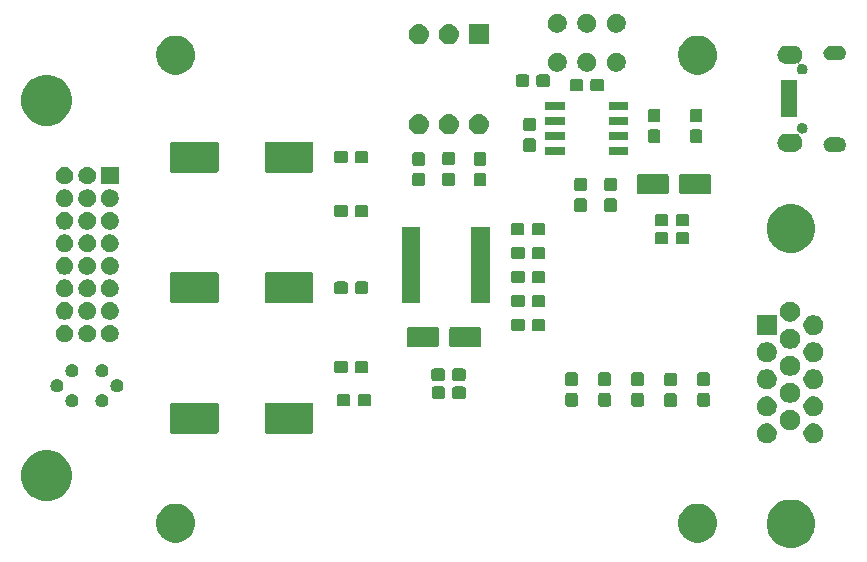
<source format=gts>
G04 #@! TF.GenerationSoftware,KiCad,Pcbnew,(5.1.0)-1*
G04 #@! TF.CreationDate,2019-03-24T00:08:19-04:00*
G04 #@! TF.ProjectId,vga2dvi,76676132-6476-4692-9e6b-696361645f70,rev?*
G04 #@! TF.SameCoordinates,Original*
G04 #@! TF.FileFunction,Soldermask,Top*
G04 #@! TF.FilePolarity,Negative*
%FSLAX46Y46*%
G04 Gerber Fmt 4.6, Leading zero omitted, Abs format (unit mm)*
G04 Created by KiCad (PCBNEW (5.1.0)-1) date 2019-03-24 00:08:19*
%MOMM*%
%LPD*%
G04 APERTURE LIST*
%ADD10C,0.100000*%
G04 APERTURE END LIST*
D10*
G36*
X158858254Y-121522818D02*
G01*
X159231511Y-121677426D01*
X159231513Y-121677427D01*
X159567436Y-121901884D01*
X159853116Y-122187564D01*
X159989415Y-122391549D01*
X160077574Y-122523489D01*
X160232182Y-122896746D01*
X160311000Y-123292993D01*
X160311000Y-123697007D01*
X160232182Y-124093254D01*
X160177180Y-124226040D01*
X160077573Y-124466513D01*
X159853116Y-124802436D01*
X159567436Y-125088116D01*
X159231513Y-125312573D01*
X159231512Y-125312574D01*
X159231511Y-125312574D01*
X158858254Y-125467182D01*
X158462007Y-125546000D01*
X158057993Y-125546000D01*
X157661746Y-125467182D01*
X157288489Y-125312574D01*
X157288488Y-125312574D01*
X157288487Y-125312573D01*
X156952564Y-125088116D01*
X156666884Y-124802436D01*
X156442427Y-124466513D01*
X156342820Y-124226040D01*
X156287818Y-124093254D01*
X156209000Y-123697007D01*
X156209000Y-123292993D01*
X156287818Y-122896746D01*
X156442426Y-122523489D01*
X156530586Y-122391549D01*
X156666884Y-122187564D01*
X156952564Y-121901884D01*
X157288487Y-121677427D01*
X157288489Y-121677426D01*
X157661746Y-121522818D01*
X158057993Y-121444000D01*
X158462007Y-121444000D01*
X158858254Y-121522818D01*
X158858254Y-121522818D01*
G37*
G36*
X150743256Y-121835298D02*
G01*
X150849579Y-121856447D01*
X151150042Y-121980903D01*
X151420451Y-122161585D01*
X151650415Y-122391549D01*
X151831097Y-122661958D01*
X151955553Y-122962421D01*
X152019000Y-123281391D01*
X152019000Y-123606609D01*
X151955553Y-123925579D01*
X151831097Y-124226042D01*
X151650415Y-124496451D01*
X151420451Y-124726415D01*
X151150042Y-124907097D01*
X150849579Y-125031553D01*
X150743256Y-125052702D01*
X150530611Y-125095000D01*
X150205389Y-125095000D01*
X149992744Y-125052702D01*
X149886421Y-125031553D01*
X149585958Y-124907097D01*
X149315549Y-124726415D01*
X149085585Y-124496451D01*
X148904903Y-124226042D01*
X148780447Y-123925579D01*
X148717000Y-123606609D01*
X148717000Y-123281391D01*
X148780447Y-122962421D01*
X148904903Y-122661958D01*
X149085585Y-122391549D01*
X149315549Y-122161585D01*
X149585958Y-121980903D01*
X149886421Y-121856447D01*
X149992744Y-121835298D01*
X150205389Y-121793000D01*
X150530611Y-121793000D01*
X150743256Y-121835298D01*
X150743256Y-121835298D01*
G37*
G36*
X106547256Y-121835298D02*
G01*
X106653579Y-121856447D01*
X106954042Y-121980903D01*
X107224451Y-122161585D01*
X107454415Y-122391549D01*
X107635097Y-122661958D01*
X107759553Y-122962421D01*
X107823000Y-123281391D01*
X107823000Y-123606609D01*
X107759553Y-123925579D01*
X107635097Y-124226042D01*
X107454415Y-124496451D01*
X107224451Y-124726415D01*
X106954042Y-124907097D01*
X106653579Y-125031553D01*
X106547256Y-125052702D01*
X106334611Y-125095000D01*
X106009389Y-125095000D01*
X105796744Y-125052702D01*
X105690421Y-125031553D01*
X105389958Y-124907097D01*
X105119549Y-124726415D01*
X104889585Y-124496451D01*
X104708903Y-124226042D01*
X104584447Y-123925579D01*
X104521000Y-123606609D01*
X104521000Y-123281391D01*
X104584447Y-122962421D01*
X104708903Y-122661958D01*
X104889585Y-122391549D01*
X105119549Y-122161585D01*
X105389958Y-121980903D01*
X105690421Y-121856447D01*
X105796744Y-121835298D01*
X106009389Y-121793000D01*
X106334611Y-121793000D01*
X106547256Y-121835298D01*
X106547256Y-121835298D01*
G37*
G36*
X95877423Y-117361661D02*
G01*
X96268879Y-117523807D01*
X96268881Y-117523808D01*
X96621183Y-117759209D01*
X96920791Y-118058817D01*
X97156192Y-118411119D01*
X97156193Y-118411121D01*
X97318339Y-118802577D01*
X97401000Y-119218144D01*
X97401000Y-119641856D01*
X97318339Y-120057423D01*
X97156193Y-120448879D01*
X97156192Y-120448881D01*
X96920791Y-120801183D01*
X96621183Y-121100791D01*
X96268881Y-121336192D01*
X96268880Y-121336193D01*
X96268879Y-121336193D01*
X95877423Y-121498339D01*
X95461856Y-121581000D01*
X95038144Y-121581000D01*
X94622577Y-121498339D01*
X94231121Y-121336193D01*
X94231120Y-121336193D01*
X94231119Y-121336192D01*
X93878817Y-121100791D01*
X93579209Y-120801183D01*
X93343808Y-120448881D01*
X93343807Y-120448879D01*
X93181661Y-120057423D01*
X93099000Y-119641856D01*
X93099000Y-119218144D01*
X93181661Y-118802577D01*
X93343807Y-118411121D01*
X93343808Y-118411119D01*
X93579209Y-118058817D01*
X93878817Y-117759209D01*
X94231119Y-117523808D01*
X94231121Y-117523807D01*
X94622577Y-117361661D01*
X95038144Y-117279000D01*
X95461856Y-117279000D01*
X95877423Y-117361661D01*
X95877423Y-117361661D01*
G37*
G36*
X156458228Y-115021703D02*
G01*
X156613100Y-115085853D01*
X156752481Y-115178985D01*
X156871015Y-115297519D01*
X156964147Y-115436900D01*
X157028297Y-115591772D01*
X157061000Y-115756184D01*
X157061000Y-115923816D01*
X157028297Y-116088228D01*
X156964147Y-116243100D01*
X156871015Y-116382481D01*
X156752481Y-116501015D01*
X156613100Y-116594147D01*
X156458228Y-116658297D01*
X156293816Y-116691000D01*
X156126184Y-116691000D01*
X155961772Y-116658297D01*
X155806900Y-116594147D01*
X155667519Y-116501015D01*
X155548985Y-116382481D01*
X155455853Y-116243100D01*
X155391703Y-116088228D01*
X155359000Y-115923816D01*
X155359000Y-115756184D01*
X155391703Y-115591772D01*
X155455853Y-115436900D01*
X155548985Y-115297519D01*
X155667519Y-115178985D01*
X155806900Y-115085853D01*
X155961772Y-115021703D01*
X156126184Y-114989000D01*
X156293816Y-114989000D01*
X156458228Y-115021703D01*
X156458228Y-115021703D01*
G37*
G36*
X160418228Y-115021703D02*
G01*
X160573100Y-115085853D01*
X160712481Y-115178985D01*
X160831015Y-115297519D01*
X160924147Y-115436900D01*
X160988297Y-115591772D01*
X161021000Y-115756184D01*
X161021000Y-115923816D01*
X160988297Y-116088228D01*
X160924147Y-116243100D01*
X160831015Y-116382481D01*
X160712481Y-116501015D01*
X160573100Y-116594147D01*
X160418228Y-116658297D01*
X160253816Y-116691000D01*
X160086184Y-116691000D01*
X159921772Y-116658297D01*
X159766900Y-116594147D01*
X159627519Y-116501015D01*
X159508985Y-116382481D01*
X159415853Y-116243100D01*
X159351703Y-116088228D01*
X159319000Y-115923816D01*
X159319000Y-115756184D01*
X159351703Y-115591772D01*
X159415853Y-115436900D01*
X159508985Y-115297519D01*
X159627519Y-115178985D01*
X159766900Y-115085853D01*
X159921772Y-115021703D01*
X160086184Y-114989000D01*
X160253816Y-114989000D01*
X160418228Y-115021703D01*
X160418228Y-115021703D01*
G37*
G36*
X117681934Y-113256671D02*
G01*
X117711877Y-113265754D01*
X117739465Y-113280500D01*
X117763651Y-113300349D01*
X117783500Y-113324535D01*
X117798246Y-113352123D01*
X117807329Y-113382066D01*
X117811000Y-113419340D01*
X117811000Y-115688660D01*
X117807329Y-115725934D01*
X117798246Y-115755877D01*
X117783500Y-115783465D01*
X117763651Y-115807651D01*
X117739465Y-115827500D01*
X117711877Y-115842246D01*
X117681934Y-115851329D01*
X117644660Y-115855000D01*
X113875340Y-115855000D01*
X113838066Y-115851329D01*
X113808123Y-115842246D01*
X113780535Y-115827500D01*
X113756349Y-115807651D01*
X113736500Y-115783465D01*
X113721754Y-115755877D01*
X113712671Y-115725934D01*
X113709000Y-115688660D01*
X113709000Y-113419340D01*
X113712671Y-113382066D01*
X113721754Y-113352123D01*
X113736500Y-113324535D01*
X113756349Y-113300349D01*
X113780535Y-113280500D01*
X113808123Y-113265754D01*
X113838066Y-113256671D01*
X113875340Y-113253000D01*
X117644660Y-113253000D01*
X117681934Y-113256671D01*
X117681934Y-113256671D01*
G37*
G36*
X109681934Y-113256671D02*
G01*
X109711877Y-113265754D01*
X109739465Y-113280500D01*
X109763651Y-113300349D01*
X109783500Y-113324535D01*
X109798246Y-113352123D01*
X109807329Y-113382066D01*
X109811000Y-113419340D01*
X109811000Y-115688660D01*
X109807329Y-115725934D01*
X109798246Y-115755877D01*
X109783500Y-115783465D01*
X109763651Y-115807651D01*
X109739465Y-115827500D01*
X109711877Y-115842246D01*
X109681934Y-115851329D01*
X109644660Y-115855000D01*
X105875340Y-115855000D01*
X105838066Y-115851329D01*
X105808123Y-115842246D01*
X105780535Y-115827500D01*
X105756349Y-115807651D01*
X105736500Y-115783465D01*
X105721754Y-115755877D01*
X105712671Y-115725934D01*
X105709000Y-115688660D01*
X105709000Y-113419340D01*
X105712671Y-113382066D01*
X105721754Y-113352123D01*
X105736500Y-113324535D01*
X105756349Y-113300349D01*
X105780535Y-113280500D01*
X105808123Y-113265754D01*
X105838066Y-113256671D01*
X105875340Y-113253000D01*
X109644660Y-113253000D01*
X109681934Y-113256671D01*
X109681934Y-113256671D01*
G37*
G36*
X158438228Y-113876703D02*
G01*
X158593100Y-113940853D01*
X158732481Y-114033985D01*
X158851015Y-114152519D01*
X158944147Y-114291900D01*
X159008297Y-114446772D01*
X159041000Y-114611184D01*
X159041000Y-114778816D01*
X159008297Y-114943228D01*
X158944147Y-115098100D01*
X158851015Y-115237481D01*
X158732481Y-115356015D01*
X158593100Y-115449147D01*
X158438228Y-115513297D01*
X158273816Y-115546000D01*
X158106184Y-115546000D01*
X157941772Y-115513297D01*
X157786900Y-115449147D01*
X157647519Y-115356015D01*
X157528985Y-115237481D01*
X157435853Y-115098100D01*
X157371703Y-114943228D01*
X157339000Y-114778816D01*
X157339000Y-114611184D01*
X157371703Y-114446772D01*
X157435853Y-114291900D01*
X157528985Y-114152519D01*
X157647519Y-114033985D01*
X157786900Y-113940853D01*
X157941772Y-113876703D01*
X158106184Y-113844000D01*
X158273816Y-113844000D01*
X158438228Y-113876703D01*
X158438228Y-113876703D01*
G37*
G36*
X160418228Y-112731703D02*
G01*
X160573100Y-112795853D01*
X160712481Y-112888985D01*
X160831015Y-113007519D01*
X160924147Y-113146900D01*
X160988297Y-113301772D01*
X161021000Y-113466184D01*
X161021000Y-113633816D01*
X160988297Y-113798228D01*
X160924147Y-113953100D01*
X160831015Y-114092481D01*
X160712481Y-114211015D01*
X160573100Y-114304147D01*
X160418228Y-114368297D01*
X160253816Y-114401000D01*
X160086184Y-114401000D01*
X159921772Y-114368297D01*
X159766900Y-114304147D01*
X159627519Y-114211015D01*
X159508985Y-114092481D01*
X159415853Y-113953100D01*
X159351703Y-113798228D01*
X159319000Y-113633816D01*
X159319000Y-113466184D01*
X159351703Y-113301772D01*
X159415853Y-113146900D01*
X159508985Y-113007519D01*
X159627519Y-112888985D01*
X159766900Y-112795853D01*
X159921772Y-112731703D01*
X160086184Y-112699000D01*
X160253816Y-112699000D01*
X160418228Y-112731703D01*
X160418228Y-112731703D01*
G37*
G36*
X156458228Y-112731703D02*
G01*
X156613100Y-112795853D01*
X156752481Y-112888985D01*
X156871015Y-113007519D01*
X156964147Y-113146900D01*
X157028297Y-113301772D01*
X157061000Y-113466184D01*
X157061000Y-113633816D01*
X157028297Y-113798228D01*
X156964147Y-113953100D01*
X156871015Y-114092481D01*
X156752481Y-114211015D01*
X156613100Y-114304147D01*
X156458228Y-114368297D01*
X156293816Y-114401000D01*
X156126184Y-114401000D01*
X155961772Y-114368297D01*
X155806900Y-114304147D01*
X155667519Y-114211015D01*
X155548985Y-114092481D01*
X155455853Y-113953100D01*
X155391703Y-113798228D01*
X155359000Y-113633816D01*
X155359000Y-113466184D01*
X155391703Y-113301772D01*
X155455853Y-113146900D01*
X155548985Y-113007519D01*
X155667519Y-112888985D01*
X155806900Y-112795853D01*
X155961772Y-112731703D01*
X156126184Y-112699000D01*
X156293816Y-112699000D01*
X156458228Y-112731703D01*
X156458228Y-112731703D01*
G37*
G36*
X100080721Y-112530174D02*
G01*
X100180995Y-112571709D01*
X100225812Y-112601655D01*
X100271242Y-112632010D01*
X100347990Y-112708758D01*
X100378345Y-112754188D01*
X100408291Y-112799005D01*
X100449826Y-112899279D01*
X100471000Y-113005730D01*
X100471000Y-113114270D01*
X100449826Y-113220721D01*
X100408291Y-113320995D01*
X100402801Y-113329211D01*
X100347990Y-113411242D01*
X100271242Y-113487990D01*
X100269558Y-113489115D01*
X100180995Y-113548291D01*
X100080721Y-113589826D01*
X99974270Y-113611000D01*
X99865730Y-113611000D01*
X99759279Y-113589826D01*
X99659005Y-113548291D01*
X99570442Y-113489115D01*
X99568758Y-113487990D01*
X99492010Y-113411242D01*
X99437199Y-113329211D01*
X99431709Y-113320995D01*
X99390174Y-113220721D01*
X99369000Y-113114270D01*
X99369000Y-113005730D01*
X99390174Y-112899279D01*
X99431709Y-112799005D01*
X99461655Y-112754188D01*
X99492010Y-112708758D01*
X99568758Y-112632010D01*
X99614188Y-112601655D01*
X99659005Y-112571709D01*
X99759279Y-112530174D01*
X99865730Y-112509000D01*
X99974270Y-112509000D01*
X100080721Y-112530174D01*
X100080721Y-112530174D01*
G37*
G36*
X97540721Y-112530174D02*
G01*
X97640995Y-112571709D01*
X97685812Y-112601655D01*
X97731242Y-112632010D01*
X97807990Y-112708758D01*
X97838345Y-112754188D01*
X97868291Y-112799005D01*
X97909826Y-112899279D01*
X97931000Y-113005730D01*
X97931000Y-113114270D01*
X97909826Y-113220721D01*
X97868291Y-113320995D01*
X97862801Y-113329211D01*
X97807990Y-113411242D01*
X97731242Y-113487990D01*
X97729558Y-113489115D01*
X97640995Y-113548291D01*
X97540721Y-113589826D01*
X97434270Y-113611000D01*
X97325730Y-113611000D01*
X97219279Y-113589826D01*
X97119005Y-113548291D01*
X97030442Y-113489115D01*
X97028758Y-113487990D01*
X96952010Y-113411242D01*
X96897199Y-113329211D01*
X96891709Y-113320995D01*
X96850174Y-113220721D01*
X96829000Y-113114270D01*
X96829000Y-113005730D01*
X96850174Y-112899279D01*
X96891709Y-112799005D01*
X96921655Y-112754188D01*
X96952010Y-112708758D01*
X97028758Y-112632010D01*
X97074188Y-112601655D01*
X97119005Y-112571709D01*
X97219279Y-112530174D01*
X97325730Y-112509000D01*
X97434270Y-112509000D01*
X97540721Y-112530174D01*
X97540721Y-112530174D01*
G37*
G36*
X148446499Y-112458445D02*
G01*
X148483995Y-112469820D01*
X148518554Y-112488292D01*
X148548847Y-112513153D01*
X148573708Y-112543446D01*
X148592180Y-112578005D01*
X148603555Y-112615501D01*
X148608000Y-112660638D01*
X148608000Y-113399362D01*
X148603555Y-113444499D01*
X148592180Y-113481995D01*
X148573708Y-113516554D01*
X148548847Y-113546847D01*
X148518554Y-113571708D01*
X148483995Y-113590180D01*
X148446499Y-113601555D01*
X148401362Y-113606000D01*
X147762638Y-113606000D01*
X147717501Y-113601555D01*
X147680005Y-113590180D01*
X147645446Y-113571708D01*
X147615153Y-113546847D01*
X147590292Y-113516554D01*
X147571820Y-113481995D01*
X147560445Y-113444499D01*
X147556000Y-113399362D01*
X147556000Y-112660638D01*
X147560445Y-112615501D01*
X147571820Y-112578005D01*
X147590292Y-112543446D01*
X147615153Y-112513153D01*
X147645446Y-112488292D01*
X147680005Y-112469820D01*
X147717501Y-112458445D01*
X147762638Y-112454000D01*
X148401362Y-112454000D01*
X148446499Y-112458445D01*
X148446499Y-112458445D01*
G37*
G36*
X151240499Y-112430445D02*
G01*
X151277995Y-112441820D01*
X151312554Y-112460292D01*
X151342847Y-112485153D01*
X151367708Y-112515446D01*
X151386180Y-112550005D01*
X151397555Y-112587501D01*
X151402000Y-112632638D01*
X151402000Y-113371362D01*
X151397555Y-113416499D01*
X151386180Y-113453995D01*
X151367708Y-113488554D01*
X151342847Y-113518847D01*
X151312554Y-113543708D01*
X151277995Y-113562180D01*
X151240499Y-113573555D01*
X151195362Y-113578000D01*
X150556638Y-113578000D01*
X150511501Y-113573555D01*
X150474005Y-113562180D01*
X150439446Y-113543708D01*
X150409153Y-113518847D01*
X150384292Y-113488554D01*
X150365820Y-113453995D01*
X150354445Y-113416499D01*
X150350000Y-113371362D01*
X150350000Y-112632638D01*
X150354445Y-112587501D01*
X150365820Y-112550005D01*
X150384292Y-112515446D01*
X150409153Y-112485153D01*
X150439446Y-112460292D01*
X150474005Y-112441820D01*
X150511501Y-112430445D01*
X150556638Y-112426000D01*
X151195362Y-112426000D01*
X151240499Y-112430445D01*
X151240499Y-112430445D01*
G37*
G36*
X145652499Y-112430445D02*
G01*
X145689995Y-112441820D01*
X145724554Y-112460292D01*
X145754847Y-112485153D01*
X145779708Y-112515446D01*
X145798180Y-112550005D01*
X145809555Y-112587501D01*
X145814000Y-112632638D01*
X145814000Y-113371362D01*
X145809555Y-113416499D01*
X145798180Y-113453995D01*
X145779708Y-113488554D01*
X145754847Y-113518847D01*
X145724554Y-113543708D01*
X145689995Y-113562180D01*
X145652499Y-113573555D01*
X145607362Y-113578000D01*
X144968638Y-113578000D01*
X144923501Y-113573555D01*
X144886005Y-113562180D01*
X144851446Y-113543708D01*
X144821153Y-113518847D01*
X144796292Y-113488554D01*
X144777820Y-113453995D01*
X144766445Y-113416499D01*
X144762000Y-113371362D01*
X144762000Y-112632638D01*
X144766445Y-112587501D01*
X144777820Y-112550005D01*
X144796292Y-112515446D01*
X144821153Y-112485153D01*
X144851446Y-112460292D01*
X144886005Y-112441820D01*
X144923501Y-112430445D01*
X144968638Y-112426000D01*
X145607362Y-112426000D01*
X145652499Y-112430445D01*
X145652499Y-112430445D01*
G37*
G36*
X142858499Y-112430445D02*
G01*
X142895995Y-112441820D01*
X142930554Y-112460292D01*
X142960847Y-112485153D01*
X142985708Y-112515446D01*
X143004180Y-112550005D01*
X143015555Y-112587501D01*
X143020000Y-112632638D01*
X143020000Y-113371362D01*
X143015555Y-113416499D01*
X143004180Y-113453995D01*
X142985708Y-113488554D01*
X142960847Y-113518847D01*
X142930554Y-113543708D01*
X142895995Y-113562180D01*
X142858499Y-113573555D01*
X142813362Y-113578000D01*
X142174638Y-113578000D01*
X142129501Y-113573555D01*
X142092005Y-113562180D01*
X142057446Y-113543708D01*
X142027153Y-113518847D01*
X142002292Y-113488554D01*
X141983820Y-113453995D01*
X141972445Y-113416499D01*
X141968000Y-113371362D01*
X141968000Y-112632638D01*
X141972445Y-112587501D01*
X141983820Y-112550005D01*
X142002292Y-112515446D01*
X142027153Y-112485153D01*
X142057446Y-112460292D01*
X142092005Y-112441820D01*
X142129501Y-112430445D01*
X142174638Y-112426000D01*
X142813362Y-112426000D01*
X142858499Y-112430445D01*
X142858499Y-112430445D01*
G37*
G36*
X140064499Y-112430445D02*
G01*
X140101995Y-112441820D01*
X140136554Y-112460292D01*
X140166847Y-112485153D01*
X140191708Y-112515446D01*
X140210180Y-112550005D01*
X140221555Y-112587501D01*
X140226000Y-112632638D01*
X140226000Y-113371362D01*
X140221555Y-113416499D01*
X140210180Y-113453995D01*
X140191708Y-113488554D01*
X140166847Y-113518847D01*
X140136554Y-113543708D01*
X140101995Y-113562180D01*
X140064499Y-113573555D01*
X140019362Y-113578000D01*
X139380638Y-113578000D01*
X139335501Y-113573555D01*
X139298005Y-113562180D01*
X139263446Y-113543708D01*
X139233153Y-113518847D01*
X139208292Y-113488554D01*
X139189820Y-113453995D01*
X139178445Y-113416499D01*
X139174000Y-113371362D01*
X139174000Y-112632638D01*
X139178445Y-112587501D01*
X139189820Y-112550005D01*
X139208292Y-112515446D01*
X139233153Y-112485153D01*
X139263446Y-112460292D01*
X139298005Y-112441820D01*
X139335501Y-112430445D01*
X139380638Y-112426000D01*
X140019362Y-112426000D01*
X140064499Y-112430445D01*
X140064499Y-112430445D01*
G37*
G36*
X120810499Y-112508445D02*
G01*
X120847995Y-112519820D01*
X120882554Y-112538292D01*
X120912847Y-112563153D01*
X120937708Y-112593446D01*
X120956180Y-112628005D01*
X120967555Y-112665501D01*
X120972000Y-112710638D01*
X120972000Y-113349362D01*
X120967555Y-113394499D01*
X120956180Y-113431995D01*
X120937708Y-113466554D01*
X120912847Y-113496847D01*
X120882554Y-113521708D01*
X120847995Y-113540180D01*
X120810499Y-113551555D01*
X120765362Y-113556000D01*
X120026638Y-113556000D01*
X119981501Y-113551555D01*
X119944005Y-113540180D01*
X119909446Y-113521708D01*
X119879153Y-113496847D01*
X119854292Y-113466554D01*
X119835820Y-113431995D01*
X119824445Y-113394499D01*
X119820000Y-113349362D01*
X119820000Y-112710638D01*
X119824445Y-112665501D01*
X119835820Y-112628005D01*
X119854292Y-112593446D01*
X119879153Y-112563153D01*
X119909446Y-112538292D01*
X119944005Y-112519820D01*
X119981501Y-112508445D01*
X120026638Y-112504000D01*
X120765362Y-112504000D01*
X120810499Y-112508445D01*
X120810499Y-112508445D01*
G37*
G36*
X122560499Y-112508445D02*
G01*
X122597995Y-112519820D01*
X122632554Y-112538292D01*
X122662847Y-112563153D01*
X122687708Y-112593446D01*
X122706180Y-112628005D01*
X122717555Y-112665501D01*
X122722000Y-112710638D01*
X122722000Y-113349362D01*
X122717555Y-113394499D01*
X122706180Y-113431995D01*
X122687708Y-113466554D01*
X122662847Y-113496847D01*
X122632554Y-113521708D01*
X122597995Y-113540180D01*
X122560499Y-113551555D01*
X122515362Y-113556000D01*
X121776638Y-113556000D01*
X121731501Y-113551555D01*
X121694005Y-113540180D01*
X121659446Y-113521708D01*
X121629153Y-113496847D01*
X121604292Y-113466554D01*
X121585820Y-113431995D01*
X121574445Y-113394499D01*
X121570000Y-113349362D01*
X121570000Y-112710638D01*
X121574445Y-112665501D01*
X121585820Y-112628005D01*
X121604292Y-112593446D01*
X121629153Y-112563153D01*
X121659446Y-112538292D01*
X121694005Y-112519820D01*
X121731501Y-112508445D01*
X121776638Y-112504000D01*
X122515362Y-112504000D01*
X122560499Y-112508445D01*
X122560499Y-112508445D01*
G37*
G36*
X158438228Y-111586703D02*
G01*
X158593100Y-111650853D01*
X158732481Y-111743985D01*
X158851015Y-111862519D01*
X158944147Y-112001900D01*
X159008297Y-112156772D01*
X159041000Y-112321184D01*
X159041000Y-112488816D01*
X159008297Y-112653228D01*
X158944147Y-112808100D01*
X158851015Y-112947481D01*
X158732481Y-113066015D01*
X158593100Y-113159147D01*
X158438228Y-113223297D01*
X158273816Y-113256000D01*
X158106184Y-113256000D01*
X157941772Y-113223297D01*
X157786900Y-113159147D01*
X157647519Y-113066015D01*
X157528985Y-112947481D01*
X157435853Y-112808100D01*
X157371703Y-112653228D01*
X157339000Y-112488816D01*
X157339000Y-112321184D01*
X157371703Y-112156772D01*
X157435853Y-112001900D01*
X157528985Y-111862519D01*
X157647519Y-111743985D01*
X157786900Y-111650853D01*
X157941772Y-111586703D01*
X158106184Y-111554000D01*
X158273816Y-111554000D01*
X158438228Y-111586703D01*
X158438228Y-111586703D01*
G37*
G36*
X128825499Y-111873445D02*
G01*
X128862995Y-111884820D01*
X128897554Y-111903292D01*
X128927847Y-111928153D01*
X128952708Y-111958446D01*
X128971180Y-111993005D01*
X128982555Y-112030501D01*
X128987000Y-112075638D01*
X128987000Y-112714362D01*
X128982555Y-112759499D01*
X128971180Y-112796995D01*
X128952708Y-112831554D01*
X128927847Y-112861847D01*
X128897554Y-112886708D01*
X128862995Y-112905180D01*
X128825499Y-112916555D01*
X128780362Y-112921000D01*
X128041638Y-112921000D01*
X127996501Y-112916555D01*
X127959005Y-112905180D01*
X127924446Y-112886708D01*
X127894153Y-112861847D01*
X127869292Y-112831554D01*
X127850820Y-112796995D01*
X127839445Y-112759499D01*
X127835000Y-112714362D01*
X127835000Y-112075638D01*
X127839445Y-112030501D01*
X127850820Y-111993005D01*
X127869292Y-111958446D01*
X127894153Y-111928153D01*
X127924446Y-111903292D01*
X127959005Y-111884820D01*
X127996501Y-111873445D01*
X128041638Y-111869000D01*
X128780362Y-111869000D01*
X128825499Y-111873445D01*
X128825499Y-111873445D01*
G37*
G36*
X130575499Y-111873445D02*
G01*
X130612995Y-111884820D01*
X130647554Y-111903292D01*
X130677847Y-111928153D01*
X130702708Y-111958446D01*
X130721180Y-111993005D01*
X130732555Y-112030501D01*
X130737000Y-112075638D01*
X130737000Y-112714362D01*
X130732555Y-112759499D01*
X130721180Y-112796995D01*
X130702708Y-112831554D01*
X130677847Y-112861847D01*
X130647554Y-112886708D01*
X130612995Y-112905180D01*
X130575499Y-112916555D01*
X130530362Y-112921000D01*
X129791638Y-112921000D01*
X129746501Y-112916555D01*
X129709005Y-112905180D01*
X129674446Y-112886708D01*
X129644153Y-112861847D01*
X129619292Y-112831554D01*
X129600820Y-112796995D01*
X129589445Y-112759499D01*
X129585000Y-112714362D01*
X129585000Y-112075638D01*
X129589445Y-112030501D01*
X129600820Y-111993005D01*
X129619292Y-111958446D01*
X129644153Y-111928153D01*
X129674446Y-111903292D01*
X129709005Y-111884820D01*
X129746501Y-111873445D01*
X129791638Y-111869000D01*
X130530362Y-111869000D01*
X130575499Y-111873445D01*
X130575499Y-111873445D01*
G37*
G36*
X101350721Y-111260174D02*
G01*
X101450995Y-111301709D01*
X101478323Y-111319969D01*
X101541242Y-111362010D01*
X101617990Y-111438758D01*
X101617991Y-111438760D01*
X101678291Y-111529005D01*
X101719826Y-111629279D01*
X101741000Y-111735730D01*
X101741000Y-111844270D01*
X101719826Y-111950721D01*
X101678291Y-112050995D01*
X101678290Y-112050996D01*
X101617990Y-112141242D01*
X101541242Y-112217990D01*
X101495812Y-112248345D01*
X101450995Y-112278291D01*
X101350721Y-112319826D01*
X101244270Y-112341000D01*
X101135730Y-112341000D01*
X101029279Y-112319826D01*
X100929005Y-112278291D01*
X100884188Y-112248345D01*
X100838758Y-112217990D01*
X100762010Y-112141242D01*
X100701710Y-112050996D01*
X100701709Y-112050995D01*
X100660174Y-111950721D01*
X100639000Y-111844270D01*
X100639000Y-111735730D01*
X100660174Y-111629279D01*
X100701709Y-111529005D01*
X100762009Y-111438760D01*
X100762010Y-111438758D01*
X100838758Y-111362010D01*
X100901677Y-111319969D01*
X100929005Y-111301709D01*
X101029279Y-111260174D01*
X101135730Y-111239000D01*
X101244270Y-111239000D01*
X101350721Y-111260174D01*
X101350721Y-111260174D01*
G37*
G36*
X96270721Y-111260174D02*
G01*
X96370995Y-111301709D01*
X96398323Y-111319969D01*
X96461242Y-111362010D01*
X96537990Y-111438758D01*
X96537991Y-111438760D01*
X96598291Y-111529005D01*
X96639826Y-111629279D01*
X96661000Y-111735730D01*
X96661000Y-111844270D01*
X96639826Y-111950721D01*
X96598291Y-112050995D01*
X96598290Y-112050996D01*
X96537990Y-112141242D01*
X96461242Y-112217990D01*
X96415812Y-112248345D01*
X96370995Y-112278291D01*
X96270721Y-112319826D01*
X96164270Y-112341000D01*
X96055730Y-112341000D01*
X95949279Y-112319826D01*
X95849005Y-112278291D01*
X95804188Y-112248345D01*
X95758758Y-112217990D01*
X95682010Y-112141242D01*
X95621710Y-112050996D01*
X95621709Y-112050995D01*
X95580174Y-111950721D01*
X95559000Y-111844270D01*
X95559000Y-111735730D01*
X95580174Y-111629279D01*
X95621709Y-111529005D01*
X95682009Y-111438760D01*
X95682010Y-111438758D01*
X95758758Y-111362010D01*
X95821677Y-111319969D01*
X95849005Y-111301709D01*
X95949279Y-111260174D01*
X96055730Y-111239000D01*
X96164270Y-111239000D01*
X96270721Y-111260174D01*
X96270721Y-111260174D01*
G37*
G36*
X160418228Y-110441703D02*
G01*
X160573100Y-110505853D01*
X160712481Y-110598985D01*
X160831015Y-110717519D01*
X160924147Y-110856900D01*
X160988297Y-111011772D01*
X161021000Y-111176184D01*
X161021000Y-111343816D01*
X160988297Y-111508228D01*
X160924147Y-111663100D01*
X160831015Y-111802481D01*
X160712481Y-111921015D01*
X160573100Y-112014147D01*
X160418228Y-112078297D01*
X160253816Y-112111000D01*
X160086184Y-112111000D01*
X159921772Y-112078297D01*
X159766900Y-112014147D01*
X159627519Y-111921015D01*
X159508985Y-111802481D01*
X159415853Y-111663100D01*
X159351703Y-111508228D01*
X159319000Y-111343816D01*
X159319000Y-111176184D01*
X159351703Y-111011772D01*
X159415853Y-110856900D01*
X159508985Y-110717519D01*
X159627519Y-110598985D01*
X159766900Y-110505853D01*
X159921772Y-110441703D01*
X160086184Y-110409000D01*
X160253816Y-110409000D01*
X160418228Y-110441703D01*
X160418228Y-110441703D01*
G37*
G36*
X156458228Y-110441703D02*
G01*
X156613100Y-110505853D01*
X156752481Y-110598985D01*
X156871015Y-110717519D01*
X156964147Y-110856900D01*
X157028297Y-111011772D01*
X157061000Y-111176184D01*
X157061000Y-111343816D01*
X157028297Y-111508228D01*
X156964147Y-111663100D01*
X156871015Y-111802481D01*
X156752481Y-111921015D01*
X156613100Y-112014147D01*
X156458228Y-112078297D01*
X156293816Y-112111000D01*
X156126184Y-112111000D01*
X155961772Y-112078297D01*
X155806900Y-112014147D01*
X155667519Y-111921015D01*
X155548985Y-111802481D01*
X155455853Y-111663100D01*
X155391703Y-111508228D01*
X155359000Y-111343816D01*
X155359000Y-111176184D01*
X155391703Y-111011772D01*
X155455853Y-110856900D01*
X155548985Y-110717519D01*
X155667519Y-110598985D01*
X155806900Y-110505853D01*
X155961772Y-110441703D01*
X156126184Y-110409000D01*
X156293816Y-110409000D01*
X156458228Y-110441703D01*
X156458228Y-110441703D01*
G37*
G36*
X148446499Y-110708445D02*
G01*
X148483995Y-110719820D01*
X148518554Y-110738292D01*
X148548847Y-110763153D01*
X148573708Y-110793446D01*
X148592180Y-110828005D01*
X148603555Y-110865501D01*
X148608000Y-110910638D01*
X148608000Y-111649362D01*
X148603555Y-111694499D01*
X148592180Y-111731995D01*
X148573708Y-111766554D01*
X148548847Y-111796847D01*
X148518554Y-111821708D01*
X148483995Y-111840180D01*
X148446499Y-111851555D01*
X148401362Y-111856000D01*
X147762638Y-111856000D01*
X147717501Y-111851555D01*
X147680005Y-111840180D01*
X147645446Y-111821708D01*
X147615153Y-111796847D01*
X147590292Y-111766554D01*
X147571820Y-111731995D01*
X147560445Y-111694499D01*
X147556000Y-111649362D01*
X147556000Y-110910638D01*
X147560445Y-110865501D01*
X147571820Y-110828005D01*
X147590292Y-110793446D01*
X147615153Y-110763153D01*
X147645446Y-110738292D01*
X147680005Y-110719820D01*
X147717501Y-110708445D01*
X147762638Y-110704000D01*
X148401362Y-110704000D01*
X148446499Y-110708445D01*
X148446499Y-110708445D01*
G37*
G36*
X151240499Y-110680445D02*
G01*
X151277995Y-110691820D01*
X151312554Y-110710292D01*
X151342847Y-110735153D01*
X151367708Y-110765446D01*
X151386180Y-110800005D01*
X151397555Y-110837501D01*
X151402000Y-110882638D01*
X151402000Y-111621362D01*
X151397555Y-111666499D01*
X151386180Y-111703995D01*
X151367708Y-111738554D01*
X151342847Y-111768847D01*
X151312554Y-111793708D01*
X151277995Y-111812180D01*
X151240499Y-111823555D01*
X151195362Y-111828000D01*
X150556638Y-111828000D01*
X150511501Y-111823555D01*
X150474005Y-111812180D01*
X150439446Y-111793708D01*
X150409153Y-111768847D01*
X150384292Y-111738554D01*
X150365820Y-111703995D01*
X150354445Y-111666499D01*
X150350000Y-111621362D01*
X150350000Y-110882638D01*
X150354445Y-110837501D01*
X150365820Y-110800005D01*
X150384292Y-110765446D01*
X150409153Y-110735153D01*
X150439446Y-110710292D01*
X150474005Y-110691820D01*
X150511501Y-110680445D01*
X150556638Y-110676000D01*
X151195362Y-110676000D01*
X151240499Y-110680445D01*
X151240499Y-110680445D01*
G37*
G36*
X140064499Y-110680445D02*
G01*
X140101995Y-110691820D01*
X140136554Y-110710292D01*
X140166847Y-110735153D01*
X140191708Y-110765446D01*
X140210180Y-110800005D01*
X140221555Y-110837501D01*
X140226000Y-110882638D01*
X140226000Y-111621362D01*
X140221555Y-111666499D01*
X140210180Y-111703995D01*
X140191708Y-111738554D01*
X140166847Y-111768847D01*
X140136554Y-111793708D01*
X140101995Y-111812180D01*
X140064499Y-111823555D01*
X140019362Y-111828000D01*
X139380638Y-111828000D01*
X139335501Y-111823555D01*
X139298005Y-111812180D01*
X139263446Y-111793708D01*
X139233153Y-111768847D01*
X139208292Y-111738554D01*
X139189820Y-111703995D01*
X139178445Y-111666499D01*
X139174000Y-111621362D01*
X139174000Y-110882638D01*
X139178445Y-110837501D01*
X139189820Y-110800005D01*
X139208292Y-110765446D01*
X139233153Y-110735153D01*
X139263446Y-110710292D01*
X139298005Y-110691820D01*
X139335501Y-110680445D01*
X139380638Y-110676000D01*
X140019362Y-110676000D01*
X140064499Y-110680445D01*
X140064499Y-110680445D01*
G37*
G36*
X142858499Y-110680445D02*
G01*
X142895995Y-110691820D01*
X142930554Y-110710292D01*
X142960847Y-110735153D01*
X142985708Y-110765446D01*
X143004180Y-110800005D01*
X143015555Y-110837501D01*
X143020000Y-110882638D01*
X143020000Y-111621362D01*
X143015555Y-111666499D01*
X143004180Y-111703995D01*
X142985708Y-111738554D01*
X142960847Y-111768847D01*
X142930554Y-111793708D01*
X142895995Y-111812180D01*
X142858499Y-111823555D01*
X142813362Y-111828000D01*
X142174638Y-111828000D01*
X142129501Y-111823555D01*
X142092005Y-111812180D01*
X142057446Y-111793708D01*
X142027153Y-111768847D01*
X142002292Y-111738554D01*
X141983820Y-111703995D01*
X141972445Y-111666499D01*
X141968000Y-111621362D01*
X141968000Y-110882638D01*
X141972445Y-110837501D01*
X141983820Y-110800005D01*
X142002292Y-110765446D01*
X142027153Y-110735153D01*
X142057446Y-110710292D01*
X142092005Y-110691820D01*
X142129501Y-110680445D01*
X142174638Y-110676000D01*
X142813362Y-110676000D01*
X142858499Y-110680445D01*
X142858499Y-110680445D01*
G37*
G36*
X145652499Y-110680445D02*
G01*
X145689995Y-110691820D01*
X145724554Y-110710292D01*
X145754847Y-110735153D01*
X145779708Y-110765446D01*
X145798180Y-110800005D01*
X145809555Y-110837501D01*
X145814000Y-110882638D01*
X145814000Y-111621362D01*
X145809555Y-111666499D01*
X145798180Y-111703995D01*
X145779708Y-111738554D01*
X145754847Y-111768847D01*
X145724554Y-111793708D01*
X145689995Y-111812180D01*
X145652499Y-111823555D01*
X145607362Y-111828000D01*
X144968638Y-111828000D01*
X144923501Y-111823555D01*
X144886005Y-111812180D01*
X144851446Y-111793708D01*
X144821153Y-111768847D01*
X144796292Y-111738554D01*
X144777820Y-111703995D01*
X144766445Y-111666499D01*
X144762000Y-111621362D01*
X144762000Y-110882638D01*
X144766445Y-110837501D01*
X144777820Y-110800005D01*
X144796292Y-110765446D01*
X144821153Y-110735153D01*
X144851446Y-110710292D01*
X144886005Y-110691820D01*
X144923501Y-110680445D01*
X144968638Y-110676000D01*
X145607362Y-110676000D01*
X145652499Y-110680445D01*
X145652499Y-110680445D01*
G37*
G36*
X130561499Y-110349445D02*
G01*
X130598995Y-110360820D01*
X130633554Y-110379292D01*
X130663847Y-110404153D01*
X130688708Y-110434446D01*
X130707180Y-110469005D01*
X130718555Y-110506501D01*
X130723000Y-110551638D01*
X130723000Y-111190362D01*
X130718555Y-111235499D01*
X130707180Y-111272995D01*
X130688708Y-111307554D01*
X130663847Y-111337847D01*
X130633554Y-111362708D01*
X130598995Y-111381180D01*
X130561499Y-111392555D01*
X130516362Y-111397000D01*
X129777638Y-111397000D01*
X129732501Y-111392555D01*
X129695005Y-111381180D01*
X129660446Y-111362708D01*
X129630153Y-111337847D01*
X129605292Y-111307554D01*
X129586820Y-111272995D01*
X129575445Y-111235499D01*
X129571000Y-111190362D01*
X129571000Y-110551638D01*
X129575445Y-110506501D01*
X129586820Y-110469005D01*
X129605292Y-110434446D01*
X129630153Y-110404153D01*
X129660446Y-110379292D01*
X129695005Y-110360820D01*
X129732501Y-110349445D01*
X129777638Y-110345000D01*
X130516362Y-110345000D01*
X130561499Y-110349445D01*
X130561499Y-110349445D01*
G37*
G36*
X128811499Y-110349445D02*
G01*
X128848995Y-110360820D01*
X128883554Y-110379292D01*
X128913847Y-110404153D01*
X128938708Y-110434446D01*
X128957180Y-110469005D01*
X128968555Y-110506501D01*
X128973000Y-110551638D01*
X128973000Y-111190362D01*
X128968555Y-111235499D01*
X128957180Y-111272995D01*
X128938708Y-111307554D01*
X128913847Y-111337847D01*
X128883554Y-111362708D01*
X128848995Y-111381180D01*
X128811499Y-111392555D01*
X128766362Y-111397000D01*
X128027638Y-111397000D01*
X127982501Y-111392555D01*
X127945005Y-111381180D01*
X127910446Y-111362708D01*
X127880153Y-111337847D01*
X127855292Y-111307554D01*
X127836820Y-111272995D01*
X127825445Y-111235499D01*
X127821000Y-111190362D01*
X127821000Y-110551638D01*
X127825445Y-110506501D01*
X127836820Y-110469005D01*
X127855292Y-110434446D01*
X127880153Y-110404153D01*
X127910446Y-110379292D01*
X127945005Y-110360820D01*
X127982501Y-110349445D01*
X128027638Y-110345000D01*
X128766362Y-110345000D01*
X128811499Y-110349445D01*
X128811499Y-110349445D01*
G37*
G36*
X97540721Y-109990174D02*
G01*
X97640995Y-110031709D01*
X97640996Y-110031710D01*
X97731242Y-110092010D01*
X97807990Y-110168758D01*
X97807991Y-110168760D01*
X97868291Y-110259005D01*
X97909826Y-110359279D01*
X97931000Y-110465730D01*
X97931000Y-110574270D01*
X97909826Y-110680721D01*
X97868291Y-110780995D01*
X97868290Y-110780996D01*
X97807990Y-110871242D01*
X97731242Y-110947990D01*
X97704288Y-110966000D01*
X97640995Y-111008291D01*
X97540721Y-111049826D01*
X97434270Y-111071000D01*
X97325730Y-111071000D01*
X97219279Y-111049826D01*
X97119005Y-111008291D01*
X97055712Y-110966000D01*
X97028758Y-110947990D01*
X96952010Y-110871242D01*
X96891710Y-110780996D01*
X96891709Y-110780995D01*
X96850174Y-110680721D01*
X96829000Y-110574270D01*
X96829000Y-110465730D01*
X96850174Y-110359279D01*
X96891709Y-110259005D01*
X96952009Y-110168760D01*
X96952010Y-110168758D01*
X97028758Y-110092010D01*
X97119004Y-110031710D01*
X97119005Y-110031709D01*
X97219279Y-109990174D01*
X97325730Y-109969000D01*
X97434270Y-109969000D01*
X97540721Y-109990174D01*
X97540721Y-109990174D01*
G37*
G36*
X100080721Y-109990174D02*
G01*
X100180995Y-110031709D01*
X100180996Y-110031710D01*
X100271242Y-110092010D01*
X100347990Y-110168758D01*
X100347991Y-110168760D01*
X100408291Y-110259005D01*
X100449826Y-110359279D01*
X100471000Y-110465730D01*
X100471000Y-110574270D01*
X100449826Y-110680721D01*
X100408291Y-110780995D01*
X100408290Y-110780996D01*
X100347990Y-110871242D01*
X100271242Y-110947990D01*
X100244288Y-110966000D01*
X100180995Y-111008291D01*
X100080721Y-111049826D01*
X99974270Y-111071000D01*
X99865730Y-111071000D01*
X99759279Y-111049826D01*
X99659005Y-111008291D01*
X99595712Y-110966000D01*
X99568758Y-110947990D01*
X99492010Y-110871242D01*
X99431710Y-110780996D01*
X99431709Y-110780995D01*
X99390174Y-110680721D01*
X99369000Y-110574270D01*
X99369000Y-110465730D01*
X99390174Y-110359279D01*
X99431709Y-110259005D01*
X99492009Y-110168760D01*
X99492010Y-110168758D01*
X99568758Y-110092010D01*
X99659004Y-110031710D01*
X99659005Y-110031709D01*
X99759279Y-109990174D01*
X99865730Y-109969000D01*
X99974270Y-109969000D01*
X100080721Y-109990174D01*
X100080721Y-109990174D01*
G37*
G36*
X158438228Y-109296703D02*
G01*
X158593100Y-109360853D01*
X158732481Y-109453985D01*
X158851015Y-109572519D01*
X158944147Y-109711900D01*
X159008297Y-109866772D01*
X159041000Y-110031184D01*
X159041000Y-110198816D01*
X159008297Y-110363228D01*
X158944147Y-110518100D01*
X158851015Y-110657481D01*
X158732481Y-110776015D01*
X158593100Y-110869147D01*
X158438228Y-110933297D01*
X158273816Y-110966000D01*
X158106184Y-110966000D01*
X157941772Y-110933297D01*
X157786900Y-110869147D01*
X157647519Y-110776015D01*
X157528985Y-110657481D01*
X157435853Y-110518100D01*
X157371703Y-110363228D01*
X157339000Y-110198816D01*
X157339000Y-110031184D01*
X157371703Y-109866772D01*
X157435853Y-109711900D01*
X157528985Y-109572519D01*
X157647519Y-109453985D01*
X157786900Y-109360853D01*
X157941772Y-109296703D01*
X158106184Y-109264000D01*
X158273816Y-109264000D01*
X158438228Y-109296703D01*
X158438228Y-109296703D01*
G37*
G36*
X120584499Y-109714445D02*
G01*
X120621995Y-109725820D01*
X120656554Y-109744292D01*
X120686847Y-109769153D01*
X120711708Y-109799446D01*
X120730180Y-109834005D01*
X120741555Y-109871501D01*
X120746000Y-109916638D01*
X120746000Y-110555362D01*
X120741555Y-110600499D01*
X120730180Y-110637995D01*
X120711708Y-110672554D01*
X120686847Y-110702847D01*
X120656554Y-110727708D01*
X120621995Y-110746180D01*
X120584499Y-110757555D01*
X120539362Y-110762000D01*
X119800638Y-110762000D01*
X119755501Y-110757555D01*
X119718005Y-110746180D01*
X119683446Y-110727708D01*
X119653153Y-110702847D01*
X119628292Y-110672554D01*
X119609820Y-110637995D01*
X119598445Y-110600499D01*
X119594000Y-110555362D01*
X119594000Y-109916638D01*
X119598445Y-109871501D01*
X119609820Y-109834005D01*
X119628292Y-109799446D01*
X119653153Y-109769153D01*
X119683446Y-109744292D01*
X119718005Y-109725820D01*
X119755501Y-109714445D01*
X119800638Y-109710000D01*
X120539362Y-109710000D01*
X120584499Y-109714445D01*
X120584499Y-109714445D01*
G37*
G36*
X122334499Y-109714445D02*
G01*
X122371995Y-109725820D01*
X122406554Y-109744292D01*
X122436847Y-109769153D01*
X122461708Y-109799446D01*
X122480180Y-109834005D01*
X122491555Y-109871501D01*
X122496000Y-109916638D01*
X122496000Y-110555362D01*
X122491555Y-110600499D01*
X122480180Y-110637995D01*
X122461708Y-110672554D01*
X122436847Y-110702847D01*
X122406554Y-110727708D01*
X122371995Y-110746180D01*
X122334499Y-110757555D01*
X122289362Y-110762000D01*
X121550638Y-110762000D01*
X121505501Y-110757555D01*
X121468005Y-110746180D01*
X121433446Y-110727708D01*
X121403153Y-110702847D01*
X121378292Y-110672554D01*
X121359820Y-110637995D01*
X121348445Y-110600499D01*
X121344000Y-110555362D01*
X121344000Y-109916638D01*
X121348445Y-109871501D01*
X121359820Y-109834005D01*
X121378292Y-109799446D01*
X121403153Y-109769153D01*
X121433446Y-109744292D01*
X121468005Y-109725820D01*
X121505501Y-109714445D01*
X121550638Y-109710000D01*
X122289362Y-109710000D01*
X122334499Y-109714445D01*
X122334499Y-109714445D01*
G37*
G36*
X160418228Y-108151703D02*
G01*
X160573100Y-108215853D01*
X160712481Y-108308985D01*
X160831015Y-108427519D01*
X160924147Y-108566900D01*
X160988297Y-108721772D01*
X161021000Y-108886184D01*
X161021000Y-109053816D01*
X160988297Y-109218228D01*
X160924147Y-109373100D01*
X160831015Y-109512481D01*
X160712481Y-109631015D01*
X160573100Y-109724147D01*
X160418228Y-109788297D01*
X160253816Y-109821000D01*
X160086184Y-109821000D01*
X159921772Y-109788297D01*
X159766900Y-109724147D01*
X159627519Y-109631015D01*
X159508985Y-109512481D01*
X159415853Y-109373100D01*
X159351703Y-109218228D01*
X159319000Y-109053816D01*
X159319000Y-108886184D01*
X159351703Y-108721772D01*
X159415853Y-108566900D01*
X159508985Y-108427519D01*
X159627519Y-108308985D01*
X159766900Y-108215853D01*
X159921772Y-108151703D01*
X160086184Y-108119000D01*
X160253816Y-108119000D01*
X160418228Y-108151703D01*
X160418228Y-108151703D01*
G37*
G36*
X156458228Y-108151703D02*
G01*
X156613100Y-108215853D01*
X156752481Y-108308985D01*
X156871015Y-108427519D01*
X156964147Y-108566900D01*
X157028297Y-108721772D01*
X157061000Y-108886184D01*
X157061000Y-109053816D01*
X157028297Y-109218228D01*
X156964147Y-109373100D01*
X156871015Y-109512481D01*
X156752481Y-109631015D01*
X156613100Y-109724147D01*
X156458228Y-109788297D01*
X156293816Y-109821000D01*
X156126184Y-109821000D01*
X155961772Y-109788297D01*
X155806900Y-109724147D01*
X155667519Y-109631015D01*
X155548985Y-109512481D01*
X155455853Y-109373100D01*
X155391703Y-109218228D01*
X155359000Y-109053816D01*
X155359000Y-108886184D01*
X155391703Y-108721772D01*
X155455853Y-108566900D01*
X155548985Y-108427519D01*
X155667519Y-108308985D01*
X155806900Y-108215853D01*
X155961772Y-108151703D01*
X156126184Y-108119000D01*
X156293816Y-108119000D01*
X156458228Y-108151703D01*
X156458228Y-108151703D01*
G37*
G36*
X158438228Y-107006703D02*
G01*
X158593100Y-107070853D01*
X158732481Y-107163985D01*
X158851015Y-107282519D01*
X158944147Y-107421900D01*
X159008297Y-107576772D01*
X159041000Y-107741184D01*
X159041000Y-107908816D01*
X159008297Y-108073228D01*
X158944147Y-108228100D01*
X158851015Y-108367481D01*
X158732481Y-108486015D01*
X158593100Y-108579147D01*
X158438228Y-108643297D01*
X158273816Y-108676000D01*
X158106184Y-108676000D01*
X157941772Y-108643297D01*
X157786900Y-108579147D01*
X157647519Y-108486015D01*
X157528985Y-108367481D01*
X157435853Y-108228100D01*
X157371703Y-108073228D01*
X157339000Y-107908816D01*
X157339000Y-107741184D01*
X157371703Y-107576772D01*
X157435853Y-107421900D01*
X157528985Y-107282519D01*
X157647519Y-107163985D01*
X157786900Y-107070853D01*
X157941772Y-107006703D01*
X158106184Y-106974000D01*
X158273816Y-106974000D01*
X158438228Y-107006703D01*
X158438228Y-107006703D01*
G37*
G36*
X131910997Y-106849051D02*
G01*
X131944652Y-106859261D01*
X131975665Y-106875838D01*
X132002851Y-106898149D01*
X132025162Y-106925335D01*
X132041739Y-106956348D01*
X132051949Y-106990003D01*
X132056000Y-107031138D01*
X132056000Y-108360862D01*
X132051949Y-108401997D01*
X132041739Y-108435652D01*
X132025162Y-108466665D01*
X132002851Y-108493851D01*
X131975665Y-108516162D01*
X131944652Y-108532739D01*
X131910997Y-108542949D01*
X131869862Y-108547000D01*
X129540138Y-108547000D01*
X129499003Y-108542949D01*
X129465348Y-108532739D01*
X129434335Y-108516162D01*
X129407149Y-108493851D01*
X129384838Y-108466665D01*
X129368261Y-108435652D01*
X129358051Y-108401997D01*
X129354000Y-108360862D01*
X129354000Y-107031138D01*
X129358051Y-106990003D01*
X129368261Y-106956348D01*
X129384838Y-106925335D01*
X129407149Y-106898149D01*
X129434335Y-106875838D01*
X129465348Y-106859261D01*
X129499003Y-106849051D01*
X129540138Y-106845000D01*
X131869862Y-106845000D01*
X131910997Y-106849051D01*
X131910997Y-106849051D01*
G37*
G36*
X128310997Y-106849051D02*
G01*
X128344652Y-106859261D01*
X128375665Y-106875838D01*
X128402851Y-106898149D01*
X128425162Y-106925335D01*
X128441739Y-106956348D01*
X128451949Y-106990003D01*
X128456000Y-107031138D01*
X128456000Y-108360862D01*
X128451949Y-108401997D01*
X128441739Y-108435652D01*
X128425162Y-108466665D01*
X128402851Y-108493851D01*
X128375665Y-108516162D01*
X128344652Y-108532739D01*
X128310997Y-108542949D01*
X128269862Y-108547000D01*
X125940138Y-108547000D01*
X125899003Y-108542949D01*
X125865348Y-108532739D01*
X125834335Y-108516162D01*
X125807149Y-108493851D01*
X125784838Y-108466665D01*
X125768261Y-108435652D01*
X125758051Y-108401997D01*
X125754000Y-108360862D01*
X125754000Y-107031138D01*
X125758051Y-106990003D01*
X125768261Y-106956348D01*
X125784838Y-106925335D01*
X125807149Y-106898149D01*
X125834335Y-106875838D01*
X125865348Y-106859261D01*
X125899003Y-106849051D01*
X125940138Y-106845000D01*
X128269862Y-106845000D01*
X128310997Y-106849051D01*
X128310997Y-106849051D01*
G37*
G36*
X96989059Y-106657860D02*
G01*
X97125732Y-106714472D01*
X97248735Y-106796660D01*
X97353340Y-106901265D01*
X97435528Y-107024268D01*
X97435529Y-107024270D01*
X97492140Y-107160941D01*
X97521000Y-107306032D01*
X97521000Y-107453968D01*
X97496573Y-107576771D01*
X97492140Y-107599059D01*
X97435528Y-107735732D01*
X97353340Y-107858735D01*
X97248735Y-107963340D01*
X97125732Y-108045528D01*
X97125731Y-108045529D01*
X97125730Y-108045529D01*
X96989059Y-108102140D01*
X96843968Y-108131000D01*
X96696032Y-108131000D01*
X96550941Y-108102140D01*
X96414270Y-108045529D01*
X96414269Y-108045529D01*
X96414268Y-108045528D01*
X96291265Y-107963340D01*
X96186660Y-107858735D01*
X96104472Y-107735732D01*
X96047860Y-107599059D01*
X96043427Y-107576771D01*
X96019000Y-107453968D01*
X96019000Y-107306032D01*
X96047860Y-107160941D01*
X96104471Y-107024270D01*
X96104472Y-107024268D01*
X96186660Y-106901265D01*
X96291265Y-106796660D01*
X96414268Y-106714472D01*
X96550941Y-106657860D01*
X96696032Y-106629000D01*
X96843968Y-106629000D01*
X96989059Y-106657860D01*
X96989059Y-106657860D01*
G37*
G36*
X98899059Y-106657860D02*
G01*
X99035732Y-106714472D01*
X99158735Y-106796660D01*
X99263340Y-106901265D01*
X99345528Y-107024268D01*
X99345529Y-107024270D01*
X99402140Y-107160941D01*
X99431000Y-107306032D01*
X99431000Y-107453968D01*
X99406573Y-107576771D01*
X99402140Y-107599059D01*
X99345528Y-107735732D01*
X99263340Y-107858735D01*
X99158735Y-107963340D01*
X99035732Y-108045528D01*
X99035731Y-108045529D01*
X99035730Y-108045529D01*
X98899059Y-108102140D01*
X98753968Y-108131000D01*
X98606032Y-108131000D01*
X98460941Y-108102140D01*
X98324270Y-108045529D01*
X98324269Y-108045529D01*
X98324268Y-108045528D01*
X98201265Y-107963340D01*
X98096660Y-107858735D01*
X98014472Y-107735732D01*
X97957860Y-107599059D01*
X97953427Y-107576771D01*
X97929000Y-107453968D01*
X97929000Y-107306032D01*
X97957860Y-107160941D01*
X98014471Y-107024270D01*
X98014472Y-107024268D01*
X98096660Y-106901265D01*
X98201265Y-106796660D01*
X98324268Y-106714472D01*
X98460941Y-106657860D01*
X98606032Y-106629000D01*
X98753968Y-106629000D01*
X98899059Y-106657860D01*
X98899059Y-106657860D01*
G37*
G36*
X100809059Y-106657860D02*
G01*
X100945732Y-106714472D01*
X101068735Y-106796660D01*
X101173340Y-106901265D01*
X101255528Y-107024268D01*
X101255529Y-107024270D01*
X101312140Y-107160941D01*
X101341000Y-107306032D01*
X101341000Y-107453968D01*
X101316573Y-107576771D01*
X101312140Y-107599059D01*
X101255528Y-107735732D01*
X101173340Y-107858735D01*
X101068735Y-107963340D01*
X100945732Y-108045528D01*
X100945731Y-108045529D01*
X100945730Y-108045529D01*
X100809059Y-108102140D01*
X100663968Y-108131000D01*
X100516032Y-108131000D01*
X100370941Y-108102140D01*
X100234270Y-108045529D01*
X100234269Y-108045529D01*
X100234268Y-108045528D01*
X100111265Y-107963340D01*
X100006660Y-107858735D01*
X99924472Y-107735732D01*
X99867860Y-107599059D01*
X99863427Y-107576771D01*
X99839000Y-107453968D01*
X99839000Y-107306032D01*
X99867860Y-107160941D01*
X99924471Y-107024270D01*
X99924472Y-107024268D01*
X100006660Y-106901265D01*
X100111265Y-106796660D01*
X100234268Y-106714472D01*
X100370941Y-106657860D01*
X100516032Y-106629000D01*
X100663968Y-106629000D01*
X100809059Y-106657860D01*
X100809059Y-106657860D01*
G37*
G36*
X160418228Y-105861703D02*
G01*
X160573100Y-105925853D01*
X160712481Y-106018985D01*
X160831015Y-106137519D01*
X160924147Y-106276900D01*
X160988297Y-106431772D01*
X161021000Y-106596184D01*
X161021000Y-106763816D01*
X160988297Y-106928228D01*
X160924147Y-107083100D01*
X160831015Y-107222481D01*
X160712481Y-107341015D01*
X160573100Y-107434147D01*
X160418228Y-107498297D01*
X160253816Y-107531000D01*
X160086184Y-107531000D01*
X159921772Y-107498297D01*
X159766900Y-107434147D01*
X159627519Y-107341015D01*
X159508985Y-107222481D01*
X159415853Y-107083100D01*
X159351703Y-106928228D01*
X159319000Y-106763816D01*
X159319000Y-106596184D01*
X159351703Y-106431772D01*
X159415853Y-106276900D01*
X159508985Y-106137519D01*
X159627519Y-106018985D01*
X159766900Y-105925853D01*
X159921772Y-105861703D01*
X160086184Y-105829000D01*
X160253816Y-105829000D01*
X160418228Y-105861703D01*
X160418228Y-105861703D01*
G37*
G36*
X157061000Y-107531000D02*
G01*
X155359000Y-107531000D01*
X155359000Y-105829000D01*
X157061000Y-105829000D01*
X157061000Y-107531000D01*
X157061000Y-107531000D01*
G37*
G36*
X137320499Y-106158445D02*
G01*
X137357995Y-106169820D01*
X137392554Y-106188292D01*
X137422847Y-106213153D01*
X137447708Y-106243446D01*
X137466180Y-106278005D01*
X137477555Y-106315501D01*
X137482000Y-106360638D01*
X137482000Y-106999362D01*
X137477555Y-107044499D01*
X137466180Y-107081995D01*
X137447708Y-107116554D01*
X137422847Y-107146847D01*
X137392554Y-107171708D01*
X137357995Y-107190180D01*
X137320499Y-107201555D01*
X137275362Y-107206000D01*
X136536638Y-107206000D01*
X136491501Y-107201555D01*
X136454005Y-107190180D01*
X136419446Y-107171708D01*
X136389153Y-107146847D01*
X136364292Y-107116554D01*
X136345820Y-107081995D01*
X136334445Y-107044499D01*
X136330000Y-106999362D01*
X136330000Y-106360638D01*
X136334445Y-106315501D01*
X136345820Y-106278005D01*
X136364292Y-106243446D01*
X136389153Y-106213153D01*
X136419446Y-106188292D01*
X136454005Y-106169820D01*
X136491501Y-106158445D01*
X136536638Y-106154000D01*
X137275362Y-106154000D01*
X137320499Y-106158445D01*
X137320499Y-106158445D01*
G37*
G36*
X135570499Y-106158445D02*
G01*
X135607995Y-106169820D01*
X135642554Y-106188292D01*
X135672847Y-106213153D01*
X135697708Y-106243446D01*
X135716180Y-106278005D01*
X135727555Y-106315501D01*
X135732000Y-106360638D01*
X135732000Y-106999362D01*
X135727555Y-107044499D01*
X135716180Y-107081995D01*
X135697708Y-107116554D01*
X135672847Y-107146847D01*
X135642554Y-107171708D01*
X135607995Y-107190180D01*
X135570499Y-107201555D01*
X135525362Y-107206000D01*
X134786638Y-107206000D01*
X134741501Y-107201555D01*
X134704005Y-107190180D01*
X134669446Y-107171708D01*
X134639153Y-107146847D01*
X134614292Y-107116554D01*
X134595820Y-107081995D01*
X134584445Y-107044499D01*
X134580000Y-106999362D01*
X134580000Y-106360638D01*
X134584445Y-106315501D01*
X134595820Y-106278005D01*
X134614292Y-106243446D01*
X134639153Y-106213153D01*
X134669446Y-106188292D01*
X134704005Y-106169820D01*
X134741501Y-106158445D01*
X134786638Y-106154000D01*
X135525362Y-106154000D01*
X135570499Y-106158445D01*
X135570499Y-106158445D01*
G37*
G36*
X158438228Y-104716703D02*
G01*
X158593100Y-104780853D01*
X158732481Y-104873985D01*
X158851015Y-104992519D01*
X158944147Y-105131900D01*
X159008297Y-105286772D01*
X159041000Y-105451184D01*
X159041000Y-105618816D01*
X159008297Y-105783228D01*
X158944147Y-105938100D01*
X158851015Y-106077481D01*
X158732481Y-106196015D01*
X158593100Y-106289147D01*
X158438228Y-106353297D01*
X158273816Y-106386000D01*
X158106184Y-106386000D01*
X157941772Y-106353297D01*
X157786900Y-106289147D01*
X157647519Y-106196015D01*
X157528985Y-106077481D01*
X157435853Y-105938100D01*
X157371703Y-105783228D01*
X157339000Y-105618816D01*
X157339000Y-105451184D01*
X157371703Y-105286772D01*
X157435853Y-105131900D01*
X157528985Y-104992519D01*
X157647519Y-104873985D01*
X157786900Y-104780853D01*
X157941772Y-104716703D01*
X158106184Y-104684000D01*
X158273816Y-104684000D01*
X158438228Y-104716703D01*
X158438228Y-104716703D01*
G37*
G36*
X100809059Y-104747860D02*
G01*
X100940559Y-104802329D01*
X100945732Y-104804472D01*
X101068735Y-104886660D01*
X101173340Y-104991265D01*
X101243969Y-105096969D01*
X101255529Y-105114270D01*
X101262833Y-105131903D01*
X101312140Y-105250941D01*
X101341000Y-105396033D01*
X101341000Y-105543967D01*
X101312140Y-105689059D01*
X101255528Y-105825732D01*
X101173340Y-105948735D01*
X101068735Y-106053340D01*
X100945732Y-106135528D01*
X100945731Y-106135529D01*
X100945730Y-106135529D01*
X100809059Y-106192140D01*
X100663968Y-106221000D01*
X100516032Y-106221000D01*
X100370941Y-106192140D01*
X100234270Y-106135529D01*
X100234269Y-106135529D01*
X100234268Y-106135528D01*
X100111265Y-106053340D01*
X100006660Y-105948735D01*
X99924472Y-105825732D01*
X99867860Y-105689059D01*
X99839000Y-105543967D01*
X99839000Y-105396033D01*
X99867860Y-105250941D01*
X99917167Y-105131903D01*
X99924471Y-105114270D01*
X99936031Y-105096969D01*
X100006660Y-104991265D01*
X100111265Y-104886660D01*
X100234268Y-104804472D01*
X100239442Y-104802329D01*
X100370941Y-104747860D01*
X100516032Y-104719000D01*
X100663968Y-104719000D01*
X100809059Y-104747860D01*
X100809059Y-104747860D01*
G37*
G36*
X98899059Y-104747860D02*
G01*
X99030559Y-104802329D01*
X99035732Y-104804472D01*
X99158735Y-104886660D01*
X99263340Y-104991265D01*
X99333969Y-105096969D01*
X99345529Y-105114270D01*
X99352833Y-105131903D01*
X99402140Y-105250941D01*
X99431000Y-105396033D01*
X99431000Y-105543967D01*
X99402140Y-105689059D01*
X99345528Y-105825732D01*
X99263340Y-105948735D01*
X99158735Y-106053340D01*
X99035732Y-106135528D01*
X99035731Y-106135529D01*
X99035730Y-106135529D01*
X98899059Y-106192140D01*
X98753968Y-106221000D01*
X98606032Y-106221000D01*
X98460941Y-106192140D01*
X98324270Y-106135529D01*
X98324269Y-106135529D01*
X98324268Y-106135528D01*
X98201265Y-106053340D01*
X98096660Y-105948735D01*
X98014472Y-105825732D01*
X97957860Y-105689059D01*
X97929000Y-105543967D01*
X97929000Y-105396033D01*
X97957860Y-105250941D01*
X98007167Y-105131903D01*
X98014471Y-105114270D01*
X98026031Y-105096969D01*
X98096660Y-104991265D01*
X98201265Y-104886660D01*
X98324268Y-104804472D01*
X98329442Y-104802329D01*
X98460941Y-104747860D01*
X98606032Y-104719000D01*
X98753968Y-104719000D01*
X98899059Y-104747860D01*
X98899059Y-104747860D01*
G37*
G36*
X96989059Y-104747860D02*
G01*
X97120559Y-104802329D01*
X97125732Y-104804472D01*
X97248735Y-104886660D01*
X97353340Y-104991265D01*
X97423969Y-105096969D01*
X97435529Y-105114270D01*
X97442833Y-105131903D01*
X97492140Y-105250941D01*
X97521000Y-105396033D01*
X97521000Y-105543967D01*
X97492140Y-105689059D01*
X97435528Y-105825732D01*
X97353340Y-105948735D01*
X97248735Y-106053340D01*
X97125732Y-106135528D01*
X97125731Y-106135529D01*
X97125730Y-106135529D01*
X96989059Y-106192140D01*
X96843968Y-106221000D01*
X96696032Y-106221000D01*
X96550941Y-106192140D01*
X96414270Y-106135529D01*
X96414269Y-106135529D01*
X96414268Y-106135528D01*
X96291265Y-106053340D01*
X96186660Y-105948735D01*
X96104472Y-105825732D01*
X96047860Y-105689059D01*
X96019000Y-105543967D01*
X96019000Y-105396033D01*
X96047860Y-105250941D01*
X96097167Y-105131903D01*
X96104471Y-105114270D01*
X96116031Y-105096969D01*
X96186660Y-104991265D01*
X96291265Y-104886660D01*
X96414268Y-104804472D01*
X96419442Y-104802329D01*
X96550941Y-104747860D01*
X96696032Y-104719000D01*
X96843968Y-104719000D01*
X96989059Y-104747860D01*
X96989059Y-104747860D01*
G37*
G36*
X135570499Y-104126445D02*
G01*
X135607995Y-104137820D01*
X135642554Y-104156292D01*
X135672847Y-104181153D01*
X135697708Y-104211446D01*
X135716180Y-104246005D01*
X135727555Y-104283501D01*
X135732000Y-104328638D01*
X135732000Y-104967362D01*
X135727555Y-105012499D01*
X135716180Y-105049995D01*
X135697708Y-105084554D01*
X135672847Y-105114847D01*
X135642554Y-105139708D01*
X135607995Y-105158180D01*
X135570499Y-105169555D01*
X135525362Y-105174000D01*
X134786638Y-105174000D01*
X134741501Y-105169555D01*
X134704005Y-105158180D01*
X134669446Y-105139708D01*
X134639153Y-105114847D01*
X134614292Y-105084554D01*
X134595820Y-105049995D01*
X134584445Y-105012499D01*
X134580000Y-104967362D01*
X134580000Y-104328638D01*
X134584445Y-104283501D01*
X134595820Y-104246005D01*
X134614292Y-104211446D01*
X134639153Y-104181153D01*
X134669446Y-104156292D01*
X134704005Y-104137820D01*
X134741501Y-104126445D01*
X134786638Y-104122000D01*
X135525362Y-104122000D01*
X135570499Y-104126445D01*
X135570499Y-104126445D01*
G37*
G36*
X137320499Y-104126445D02*
G01*
X137357995Y-104137820D01*
X137392554Y-104156292D01*
X137422847Y-104181153D01*
X137447708Y-104211446D01*
X137466180Y-104246005D01*
X137477555Y-104283501D01*
X137482000Y-104328638D01*
X137482000Y-104967362D01*
X137477555Y-105012499D01*
X137466180Y-105049995D01*
X137447708Y-105084554D01*
X137422847Y-105114847D01*
X137392554Y-105139708D01*
X137357995Y-105158180D01*
X137320499Y-105169555D01*
X137275362Y-105174000D01*
X136536638Y-105174000D01*
X136491501Y-105169555D01*
X136454005Y-105158180D01*
X136419446Y-105139708D01*
X136389153Y-105114847D01*
X136364292Y-105084554D01*
X136345820Y-105049995D01*
X136334445Y-105012499D01*
X136330000Y-104967362D01*
X136330000Y-104328638D01*
X136334445Y-104283501D01*
X136345820Y-104246005D01*
X136364292Y-104211446D01*
X136389153Y-104181153D01*
X136419446Y-104156292D01*
X136454005Y-104137820D01*
X136491501Y-104126445D01*
X136536638Y-104122000D01*
X137275362Y-104122000D01*
X137320499Y-104126445D01*
X137320499Y-104126445D01*
G37*
G36*
X117681934Y-102207671D02*
G01*
X117711877Y-102216754D01*
X117739465Y-102231500D01*
X117763651Y-102251349D01*
X117783500Y-102275535D01*
X117798246Y-102303123D01*
X117807329Y-102333066D01*
X117811000Y-102370340D01*
X117811000Y-104639660D01*
X117807329Y-104676934D01*
X117798246Y-104706877D01*
X117783500Y-104734465D01*
X117763651Y-104758651D01*
X117739465Y-104778500D01*
X117711877Y-104793246D01*
X117681934Y-104802329D01*
X117644660Y-104806000D01*
X113875340Y-104806000D01*
X113838066Y-104802329D01*
X113808123Y-104793246D01*
X113780535Y-104778500D01*
X113756349Y-104758651D01*
X113736500Y-104734465D01*
X113721754Y-104706877D01*
X113712671Y-104676934D01*
X113709000Y-104639660D01*
X113709000Y-102370340D01*
X113712671Y-102333066D01*
X113721754Y-102303123D01*
X113736500Y-102275535D01*
X113756349Y-102251349D01*
X113780535Y-102231500D01*
X113808123Y-102216754D01*
X113838066Y-102207671D01*
X113875340Y-102204000D01*
X117644660Y-102204000D01*
X117681934Y-102207671D01*
X117681934Y-102207671D01*
G37*
G36*
X109681934Y-102207671D02*
G01*
X109711877Y-102216754D01*
X109739465Y-102231500D01*
X109763651Y-102251349D01*
X109783500Y-102275535D01*
X109798246Y-102303123D01*
X109807329Y-102333066D01*
X109811000Y-102370340D01*
X109811000Y-104639660D01*
X109807329Y-104676934D01*
X109798246Y-104706877D01*
X109783500Y-104734465D01*
X109763651Y-104758651D01*
X109739465Y-104778500D01*
X109711877Y-104793246D01*
X109681934Y-104802329D01*
X109644660Y-104806000D01*
X105875340Y-104806000D01*
X105838066Y-104802329D01*
X105808123Y-104793246D01*
X105780535Y-104778500D01*
X105756349Y-104758651D01*
X105736500Y-104734465D01*
X105721754Y-104706877D01*
X105712671Y-104676934D01*
X105709000Y-104639660D01*
X105709000Y-102370340D01*
X105712671Y-102333066D01*
X105721754Y-102303123D01*
X105736500Y-102275535D01*
X105756349Y-102251349D01*
X105780535Y-102231500D01*
X105808123Y-102216754D01*
X105838066Y-102207671D01*
X105875340Y-102204000D01*
X109644660Y-102204000D01*
X109681934Y-102207671D01*
X109681934Y-102207671D01*
G37*
G36*
X132758000Y-104801000D02*
G01*
X131206000Y-104801000D01*
X131206000Y-98399000D01*
X132758000Y-98399000D01*
X132758000Y-104801000D01*
X132758000Y-104801000D01*
G37*
G36*
X126858000Y-104801000D02*
G01*
X125306000Y-104801000D01*
X125306000Y-98399000D01*
X126858000Y-98399000D01*
X126858000Y-104801000D01*
X126858000Y-104801000D01*
G37*
G36*
X98899059Y-102837860D02*
G01*
X98998380Y-102879000D01*
X99035732Y-102894472D01*
X99158735Y-102976660D01*
X99263340Y-103081265D01*
X99336456Y-103190691D01*
X99345529Y-103204270D01*
X99402140Y-103340941D01*
X99431000Y-103486032D01*
X99431000Y-103633968D01*
X99402140Y-103779059D01*
X99364679Y-103869499D01*
X99345528Y-103915732D01*
X99263340Y-104038735D01*
X99158735Y-104143340D01*
X99035732Y-104225528D01*
X99035731Y-104225529D01*
X99035730Y-104225529D01*
X98899059Y-104282140D01*
X98753968Y-104311000D01*
X98606032Y-104311000D01*
X98460941Y-104282140D01*
X98324270Y-104225529D01*
X98324269Y-104225529D01*
X98324268Y-104225528D01*
X98201265Y-104143340D01*
X98096660Y-104038735D01*
X98014472Y-103915732D01*
X97995322Y-103869499D01*
X97957860Y-103779059D01*
X97929000Y-103633968D01*
X97929000Y-103486032D01*
X97957860Y-103340941D01*
X98014471Y-103204270D01*
X98023544Y-103190691D01*
X98096660Y-103081265D01*
X98201265Y-102976660D01*
X98324268Y-102894472D01*
X98361621Y-102879000D01*
X98460941Y-102837860D01*
X98606032Y-102809000D01*
X98753968Y-102809000D01*
X98899059Y-102837860D01*
X98899059Y-102837860D01*
G37*
G36*
X100809059Y-102837860D02*
G01*
X100908380Y-102879000D01*
X100945732Y-102894472D01*
X101068735Y-102976660D01*
X101173340Y-103081265D01*
X101246456Y-103190691D01*
X101255529Y-103204270D01*
X101312140Y-103340941D01*
X101341000Y-103486032D01*
X101341000Y-103633968D01*
X101312140Y-103779059D01*
X101274679Y-103869499D01*
X101255528Y-103915732D01*
X101173340Y-104038735D01*
X101068735Y-104143340D01*
X100945732Y-104225528D01*
X100945731Y-104225529D01*
X100945730Y-104225529D01*
X100809059Y-104282140D01*
X100663968Y-104311000D01*
X100516032Y-104311000D01*
X100370941Y-104282140D01*
X100234270Y-104225529D01*
X100234269Y-104225529D01*
X100234268Y-104225528D01*
X100111265Y-104143340D01*
X100006660Y-104038735D01*
X99924472Y-103915732D01*
X99905322Y-103869499D01*
X99867860Y-103779059D01*
X99839000Y-103633968D01*
X99839000Y-103486032D01*
X99867860Y-103340941D01*
X99924471Y-103204270D01*
X99933544Y-103190691D01*
X100006660Y-103081265D01*
X100111265Y-102976660D01*
X100234268Y-102894472D01*
X100271621Y-102879000D01*
X100370941Y-102837860D01*
X100516032Y-102809000D01*
X100663968Y-102809000D01*
X100809059Y-102837860D01*
X100809059Y-102837860D01*
G37*
G36*
X96989059Y-102837860D02*
G01*
X97088380Y-102879000D01*
X97125732Y-102894472D01*
X97248735Y-102976660D01*
X97353340Y-103081265D01*
X97426456Y-103190691D01*
X97435529Y-103204270D01*
X97492140Y-103340941D01*
X97521000Y-103486032D01*
X97521000Y-103633968D01*
X97492140Y-103779059D01*
X97454679Y-103869499D01*
X97435528Y-103915732D01*
X97353340Y-104038735D01*
X97248735Y-104143340D01*
X97125732Y-104225528D01*
X97125731Y-104225529D01*
X97125730Y-104225529D01*
X96989059Y-104282140D01*
X96843968Y-104311000D01*
X96696032Y-104311000D01*
X96550941Y-104282140D01*
X96414270Y-104225529D01*
X96414269Y-104225529D01*
X96414268Y-104225528D01*
X96291265Y-104143340D01*
X96186660Y-104038735D01*
X96104472Y-103915732D01*
X96085322Y-103869499D01*
X96047860Y-103779059D01*
X96019000Y-103633968D01*
X96019000Y-103486032D01*
X96047860Y-103340941D01*
X96104471Y-103204270D01*
X96113544Y-103190691D01*
X96186660Y-103081265D01*
X96291265Y-102976660D01*
X96414268Y-102894472D01*
X96451621Y-102879000D01*
X96550941Y-102837860D01*
X96696032Y-102809000D01*
X96843968Y-102809000D01*
X96989059Y-102837860D01*
X96989059Y-102837860D01*
G37*
G36*
X120584499Y-102983445D02*
G01*
X120621995Y-102994820D01*
X120656554Y-103013292D01*
X120686847Y-103038153D01*
X120711708Y-103068446D01*
X120730180Y-103103005D01*
X120741555Y-103140501D01*
X120746000Y-103185638D01*
X120746000Y-103824362D01*
X120741555Y-103869499D01*
X120730180Y-103906995D01*
X120711708Y-103941554D01*
X120686847Y-103971847D01*
X120656554Y-103996708D01*
X120621995Y-104015180D01*
X120584499Y-104026555D01*
X120539362Y-104031000D01*
X119800638Y-104031000D01*
X119755501Y-104026555D01*
X119718005Y-104015180D01*
X119683446Y-103996708D01*
X119653153Y-103971847D01*
X119628292Y-103941554D01*
X119609820Y-103906995D01*
X119598445Y-103869499D01*
X119594000Y-103824362D01*
X119594000Y-103185638D01*
X119598445Y-103140501D01*
X119609820Y-103103005D01*
X119628292Y-103068446D01*
X119653153Y-103038153D01*
X119683446Y-103013292D01*
X119718005Y-102994820D01*
X119755501Y-102983445D01*
X119800638Y-102979000D01*
X120539362Y-102979000D01*
X120584499Y-102983445D01*
X120584499Y-102983445D01*
G37*
G36*
X122334499Y-102983445D02*
G01*
X122371995Y-102994820D01*
X122406554Y-103013292D01*
X122436847Y-103038153D01*
X122461708Y-103068446D01*
X122480180Y-103103005D01*
X122491555Y-103140501D01*
X122496000Y-103185638D01*
X122496000Y-103824362D01*
X122491555Y-103869499D01*
X122480180Y-103906995D01*
X122461708Y-103941554D01*
X122436847Y-103971847D01*
X122406554Y-103996708D01*
X122371995Y-104015180D01*
X122334499Y-104026555D01*
X122289362Y-104031000D01*
X121550638Y-104031000D01*
X121505501Y-104026555D01*
X121468005Y-104015180D01*
X121433446Y-103996708D01*
X121403153Y-103971847D01*
X121378292Y-103941554D01*
X121359820Y-103906995D01*
X121348445Y-103869499D01*
X121344000Y-103824362D01*
X121344000Y-103185638D01*
X121348445Y-103140501D01*
X121359820Y-103103005D01*
X121378292Y-103068446D01*
X121403153Y-103038153D01*
X121433446Y-103013292D01*
X121468005Y-102994820D01*
X121505501Y-102983445D01*
X121550638Y-102979000D01*
X122289362Y-102979000D01*
X122334499Y-102983445D01*
X122334499Y-102983445D01*
G37*
G36*
X137320499Y-102094445D02*
G01*
X137357995Y-102105820D01*
X137392554Y-102124292D01*
X137422847Y-102149153D01*
X137447708Y-102179446D01*
X137466180Y-102214005D01*
X137477555Y-102251501D01*
X137482000Y-102296638D01*
X137482000Y-102935362D01*
X137477555Y-102980499D01*
X137466180Y-103017995D01*
X137447708Y-103052554D01*
X137422847Y-103082847D01*
X137392554Y-103107708D01*
X137357995Y-103126180D01*
X137320499Y-103137555D01*
X137275362Y-103142000D01*
X136536638Y-103142000D01*
X136491501Y-103137555D01*
X136454005Y-103126180D01*
X136419446Y-103107708D01*
X136389153Y-103082847D01*
X136364292Y-103052554D01*
X136345820Y-103017995D01*
X136334445Y-102980499D01*
X136330000Y-102935362D01*
X136330000Y-102296638D01*
X136334445Y-102251501D01*
X136345820Y-102214005D01*
X136364292Y-102179446D01*
X136389153Y-102149153D01*
X136419446Y-102124292D01*
X136454005Y-102105820D01*
X136491501Y-102094445D01*
X136536638Y-102090000D01*
X137275362Y-102090000D01*
X137320499Y-102094445D01*
X137320499Y-102094445D01*
G37*
G36*
X135570499Y-102094445D02*
G01*
X135607995Y-102105820D01*
X135642554Y-102124292D01*
X135672847Y-102149153D01*
X135697708Y-102179446D01*
X135716180Y-102214005D01*
X135727555Y-102251501D01*
X135732000Y-102296638D01*
X135732000Y-102935362D01*
X135727555Y-102980499D01*
X135716180Y-103017995D01*
X135697708Y-103052554D01*
X135672847Y-103082847D01*
X135642554Y-103107708D01*
X135607995Y-103126180D01*
X135570499Y-103137555D01*
X135525362Y-103142000D01*
X134786638Y-103142000D01*
X134741501Y-103137555D01*
X134704005Y-103126180D01*
X134669446Y-103107708D01*
X134639153Y-103082847D01*
X134614292Y-103052554D01*
X134595820Y-103017995D01*
X134584445Y-102980499D01*
X134580000Y-102935362D01*
X134580000Y-102296638D01*
X134584445Y-102251501D01*
X134595820Y-102214005D01*
X134614292Y-102179446D01*
X134639153Y-102149153D01*
X134669446Y-102124292D01*
X134704005Y-102105820D01*
X134741501Y-102094445D01*
X134786638Y-102090000D01*
X135525362Y-102090000D01*
X135570499Y-102094445D01*
X135570499Y-102094445D01*
G37*
G36*
X100809059Y-100927860D02*
G01*
X100856827Y-100947646D01*
X100945732Y-100984472D01*
X101068735Y-101066660D01*
X101173340Y-101171265D01*
X101255528Y-101294268D01*
X101312140Y-101430941D01*
X101341000Y-101576033D01*
X101341000Y-101723967D01*
X101312140Y-101869059D01*
X101255528Y-102005732D01*
X101173340Y-102128735D01*
X101068735Y-102233340D01*
X100945732Y-102315528D01*
X100945731Y-102315529D01*
X100945730Y-102315529D01*
X100809059Y-102372140D01*
X100663968Y-102401000D01*
X100516032Y-102401000D01*
X100370941Y-102372140D01*
X100234270Y-102315529D01*
X100234269Y-102315529D01*
X100234268Y-102315528D01*
X100111265Y-102233340D01*
X100006660Y-102128735D01*
X99924472Y-102005732D01*
X99867860Y-101869059D01*
X99839000Y-101723967D01*
X99839000Y-101576033D01*
X99867860Y-101430941D01*
X99924472Y-101294268D01*
X100006660Y-101171265D01*
X100111265Y-101066660D01*
X100234268Y-100984472D01*
X100323174Y-100947646D01*
X100370941Y-100927860D01*
X100516032Y-100899000D01*
X100663968Y-100899000D01*
X100809059Y-100927860D01*
X100809059Y-100927860D01*
G37*
G36*
X96989059Y-100927860D02*
G01*
X97036827Y-100947646D01*
X97125732Y-100984472D01*
X97248735Y-101066660D01*
X97353340Y-101171265D01*
X97435528Y-101294268D01*
X97492140Y-101430941D01*
X97521000Y-101576033D01*
X97521000Y-101723967D01*
X97492140Y-101869059D01*
X97435528Y-102005732D01*
X97353340Y-102128735D01*
X97248735Y-102233340D01*
X97125732Y-102315528D01*
X97125731Y-102315529D01*
X97125730Y-102315529D01*
X96989059Y-102372140D01*
X96843968Y-102401000D01*
X96696032Y-102401000D01*
X96550941Y-102372140D01*
X96414270Y-102315529D01*
X96414269Y-102315529D01*
X96414268Y-102315528D01*
X96291265Y-102233340D01*
X96186660Y-102128735D01*
X96104472Y-102005732D01*
X96047860Y-101869059D01*
X96019000Y-101723967D01*
X96019000Y-101576033D01*
X96047860Y-101430941D01*
X96104472Y-101294268D01*
X96186660Y-101171265D01*
X96291265Y-101066660D01*
X96414268Y-100984472D01*
X96503174Y-100947646D01*
X96550941Y-100927860D01*
X96696032Y-100899000D01*
X96843968Y-100899000D01*
X96989059Y-100927860D01*
X96989059Y-100927860D01*
G37*
G36*
X98899059Y-100927860D02*
G01*
X98946827Y-100947646D01*
X99035732Y-100984472D01*
X99158735Y-101066660D01*
X99263340Y-101171265D01*
X99345528Y-101294268D01*
X99402140Y-101430941D01*
X99431000Y-101576033D01*
X99431000Y-101723967D01*
X99402140Y-101869059D01*
X99345528Y-102005732D01*
X99263340Y-102128735D01*
X99158735Y-102233340D01*
X99035732Y-102315528D01*
X99035731Y-102315529D01*
X99035730Y-102315529D01*
X98899059Y-102372140D01*
X98753968Y-102401000D01*
X98606032Y-102401000D01*
X98460941Y-102372140D01*
X98324270Y-102315529D01*
X98324269Y-102315529D01*
X98324268Y-102315528D01*
X98201265Y-102233340D01*
X98096660Y-102128735D01*
X98014472Y-102005732D01*
X97957860Y-101869059D01*
X97929000Y-101723967D01*
X97929000Y-101576033D01*
X97957860Y-101430941D01*
X98014472Y-101294268D01*
X98096660Y-101171265D01*
X98201265Y-101066660D01*
X98324268Y-100984472D01*
X98413174Y-100947646D01*
X98460941Y-100927860D01*
X98606032Y-100899000D01*
X98753968Y-100899000D01*
X98899059Y-100927860D01*
X98899059Y-100927860D01*
G37*
G36*
X137320499Y-100062445D02*
G01*
X137357995Y-100073820D01*
X137392554Y-100092292D01*
X137422847Y-100117153D01*
X137447708Y-100147446D01*
X137466180Y-100182005D01*
X137477555Y-100219501D01*
X137482000Y-100264638D01*
X137482000Y-100903362D01*
X137477555Y-100948499D01*
X137466180Y-100985995D01*
X137447708Y-101020554D01*
X137422847Y-101050847D01*
X137392554Y-101075708D01*
X137357995Y-101094180D01*
X137320499Y-101105555D01*
X137275362Y-101110000D01*
X136536638Y-101110000D01*
X136491501Y-101105555D01*
X136454005Y-101094180D01*
X136419446Y-101075708D01*
X136389153Y-101050847D01*
X136364292Y-101020554D01*
X136345820Y-100985995D01*
X136334445Y-100948499D01*
X136330000Y-100903362D01*
X136330000Y-100264638D01*
X136334445Y-100219501D01*
X136345820Y-100182005D01*
X136364292Y-100147446D01*
X136389153Y-100117153D01*
X136419446Y-100092292D01*
X136454005Y-100073820D01*
X136491501Y-100062445D01*
X136536638Y-100058000D01*
X137275362Y-100058000D01*
X137320499Y-100062445D01*
X137320499Y-100062445D01*
G37*
G36*
X135570499Y-100062445D02*
G01*
X135607995Y-100073820D01*
X135642554Y-100092292D01*
X135672847Y-100117153D01*
X135697708Y-100147446D01*
X135716180Y-100182005D01*
X135727555Y-100219501D01*
X135732000Y-100264638D01*
X135732000Y-100903362D01*
X135727555Y-100948499D01*
X135716180Y-100985995D01*
X135697708Y-101020554D01*
X135672847Y-101050847D01*
X135642554Y-101075708D01*
X135607995Y-101094180D01*
X135570499Y-101105555D01*
X135525362Y-101110000D01*
X134786638Y-101110000D01*
X134741501Y-101105555D01*
X134704005Y-101094180D01*
X134669446Y-101075708D01*
X134639153Y-101050847D01*
X134614292Y-101020554D01*
X134595820Y-100985995D01*
X134584445Y-100948499D01*
X134580000Y-100903362D01*
X134580000Y-100264638D01*
X134584445Y-100219501D01*
X134595820Y-100182005D01*
X134614292Y-100147446D01*
X134639153Y-100117153D01*
X134669446Y-100092292D01*
X134704005Y-100073820D01*
X134741501Y-100062445D01*
X134786638Y-100058000D01*
X135525362Y-100058000D01*
X135570499Y-100062445D01*
X135570499Y-100062445D01*
G37*
G36*
X158858254Y-96522818D02*
G01*
X159197893Y-96663501D01*
X159231513Y-96677427D01*
X159567436Y-96901884D01*
X159853116Y-97187564D01*
X160046491Y-97476969D01*
X160077574Y-97523489D01*
X160232182Y-97896746D01*
X160311000Y-98292993D01*
X160311000Y-98697007D01*
X160232182Y-99093254D01*
X160111640Y-99384268D01*
X160077573Y-99466513D01*
X159853116Y-99802436D01*
X159567436Y-100088116D01*
X159231513Y-100312573D01*
X159231512Y-100312574D01*
X159231511Y-100312574D01*
X158858254Y-100467182D01*
X158462007Y-100546000D01*
X158057993Y-100546000D01*
X157661746Y-100467182D01*
X157288489Y-100312574D01*
X157288488Y-100312574D01*
X157288487Y-100312573D01*
X156952564Y-100088116D01*
X156666884Y-99802436D01*
X156442427Y-99466513D01*
X156408360Y-99384268D01*
X156287818Y-99093254D01*
X156209000Y-98697007D01*
X156209000Y-98292993D01*
X156287818Y-97896746D01*
X156442426Y-97523489D01*
X156473510Y-97476969D01*
X156666884Y-97187564D01*
X156952564Y-96901884D01*
X157288487Y-96677427D01*
X157322107Y-96663501D01*
X157661746Y-96522818D01*
X158057993Y-96444000D01*
X158462007Y-96444000D01*
X158858254Y-96522818D01*
X158858254Y-96522818D01*
G37*
G36*
X98899059Y-99017860D02*
G01*
X99033519Y-99073555D01*
X99035732Y-99074472D01*
X99158735Y-99156660D01*
X99263340Y-99261265D01*
X99263341Y-99261267D01*
X99345529Y-99384270D01*
X99402140Y-99520941D01*
X99424502Y-99633362D01*
X99431000Y-99666033D01*
X99431000Y-99813967D01*
X99402140Y-99959059D01*
X99345528Y-100095732D01*
X99263340Y-100218735D01*
X99158735Y-100323340D01*
X99035732Y-100405528D01*
X99035731Y-100405529D01*
X99035730Y-100405529D01*
X98899059Y-100462140D01*
X98753968Y-100491000D01*
X98606032Y-100491000D01*
X98460941Y-100462140D01*
X98324270Y-100405529D01*
X98324269Y-100405529D01*
X98324268Y-100405528D01*
X98201265Y-100323340D01*
X98096660Y-100218735D01*
X98014472Y-100095732D01*
X97957860Y-99959059D01*
X97929000Y-99813967D01*
X97929000Y-99666033D01*
X97935499Y-99633362D01*
X97957860Y-99520941D01*
X98014471Y-99384270D01*
X98096659Y-99261267D01*
X98096660Y-99261265D01*
X98201265Y-99156660D01*
X98324268Y-99074472D01*
X98326482Y-99073555D01*
X98460941Y-99017860D01*
X98606032Y-98989000D01*
X98753968Y-98989000D01*
X98899059Y-99017860D01*
X98899059Y-99017860D01*
G37*
G36*
X100809059Y-99017860D02*
G01*
X100943519Y-99073555D01*
X100945732Y-99074472D01*
X101068735Y-99156660D01*
X101173340Y-99261265D01*
X101173341Y-99261267D01*
X101255529Y-99384270D01*
X101312140Y-99520941D01*
X101334502Y-99633362D01*
X101341000Y-99666033D01*
X101341000Y-99813967D01*
X101312140Y-99959059D01*
X101255528Y-100095732D01*
X101173340Y-100218735D01*
X101068735Y-100323340D01*
X100945732Y-100405528D01*
X100945731Y-100405529D01*
X100945730Y-100405529D01*
X100809059Y-100462140D01*
X100663968Y-100491000D01*
X100516032Y-100491000D01*
X100370941Y-100462140D01*
X100234270Y-100405529D01*
X100234269Y-100405529D01*
X100234268Y-100405528D01*
X100111265Y-100323340D01*
X100006660Y-100218735D01*
X99924472Y-100095732D01*
X99867860Y-99959059D01*
X99839000Y-99813967D01*
X99839000Y-99666033D01*
X99845499Y-99633362D01*
X99867860Y-99520941D01*
X99924471Y-99384270D01*
X100006659Y-99261267D01*
X100006660Y-99261265D01*
X100111265Y-99156660D01*
X100234268Y-99074472D01*
X100236482Y-99073555D01*
X100370941Y-99017860D01*
X100516032Y-98989000D01*
X100663968Y-98989000D01*
X100809059Y-99017860D01*
X100809059Y-99017860D01*
G37*
G36*
X96989059Y-99017860D02*
G01*
X97123519Y-99073555D01*
X97125732Y-99074472D01*
X97248735Y-99156660D01*
X97353340Y-99261265D01*
X97353341Y-99261267D01*
X97435529Y-99384270D01*
X97492140Y-99520941D01*
X97514502Y-99633362D01*
X97521000Y-99666033D01*
X97521000Y-99813967D01*
X97492140Y-99959059D01*
X97435528Y-100095732D01*
X97353340Y-100218735D01*
X97248735Y-100323340D01*
X97125732Y-100405528D01*
X97125731Y-100405529D01*
X97125730Y-100405529D01*
X96989059Y-100462140D01*
X96843968Y-100491000D01*
X96696032Y-100491000D01*
X96550941Y-100462140D01*
X96414270Y-100405529D01*
X96414269Y-100405529D01*
X96414268Y-100405528D01*
X96291265Y-100323340D01*
X96186660Y-100218735D01*
X96104472Y-100095732D01*
X96047860Y-99959059D01*
X96019000Y-99813967D01*
X96019000Y-99666033D01*
X96025499Y-99633362D01*
X96047860Y-99520941D01*
X96104471Y-99384270D01*
X96186659Y-99261267D01*
X96186660Y-99261265D01*
X96291265Y-99156660D01*
X96414268Y-99074472D01*
X96416482Y-99073555D01*
X96550941Y-99017860D01*
X96696032Y-98989000D01*
X96843968Y-98989000D01*
X96989059Y-99017860D01*
X96989059Y-99017860D01*
G37*
G36*
X147734499Y-98792445D02*
G01*
X147771995Y-98803820D01*
X147806554Y-98822292D01*
X147836847Y-98847153D01*
X147861708Y-98877446D01*
X147880180Y-98912005D01*
X147891555Y-98949501D01*
X147896000Y-98994638D01*
X147896000Y-99633362D01*
X147891555Y-99678499D01*
X147880180Y-99715995D01*
X147861708Y-99750554D01*
X147836847Y-99780847D01*
X147806554Y-99805708D01*
X147771995Y-99824180D01*
X147734499Y-99835555D01*
X147689362Y-99840000D01*
X146950638Y-99840000D01*
X146905501Y-99835555D01*
X146868005Y-99824180D01*
X146833446Y-99805708D01*
X146803153Y-99780847D01*
X146778292Y-99750554D01*
X146759820Y-99715995D01*
X146748445Y-99678499D01*
X146744000Y-99633362D01*
X146744000Y-98994638D01*
X146748445Y-98949501D01*
X146759820Y-98912005D01*
X146778292Y-98877446D01*
X146803153Y-98847153D01*
X146833446Y-98822292D01*
X146868005Y-98803820D01*
X146905501Y-98792445D01*
X146950638Y-98788000D01*
X147689362Y-98788000D01*
X147734499Y-98792445D01*
X147734499Y-98792445D01*
G37*
G36*
X149484499Y-98792445D02*
G01*
X149521995Y-98803820D01*
X149556554Y-98822292D01*
X149586847Y-98847153D01*
X149611708Y-98877446D01*
X149630180Y-98912005D01*
X149641555Y-98949501D01*
X149646000Y-98994638D01*
X149646000Y-99633362D01*
X149641555Y-99678499D01*
X149630180Y-99715995D01*
X149611708Y-99750554D01*
X149586847Y-99780847D01*
X149556554Y-99805708D01*
X149521995Y-99824180D01*
X149484499Y-99835555D01*
X149439362Y-99840000D01*
X148700638Y-99840000D01*
X148655501Y-99835555D01*
X148618005Y-99824180D01*
X148583446Y-99805708D01*
X148553153Y-99780847D01*
X148528292Y-99750554D01*
X148509820Y-99715995D01*
X148498445Y-99678499D01*
X148494000Y-99633362D01*
X148494000Y-98994638D01*
X148498445Y-98949501D01*
X148509820Y-98912005D01*
X148528292Y-98877446D01*
X148553153Y-98847153D01*
X148583446Y-98822292D01*
X148618005Y-98803820D01*
X148655501Y-98792445D01*
X148700638Y-98788000D01*
X149439362Y-98788000D01*
X149484499Y-98792445D01*
X149484499Y-98792445D01*
G37*
G36*
X135542499Y-98030445D02*
G01*
X135579995Y-98041820D01*
X135614554Y-98060292D01*
X135644847Y-98085153D01*
X135669708Y-98115446D01*
X135688180Y-98150005D01*
X135699555Y-98187501D01*
X135704000Y-98232638D01*
X135704000Y-98871362D01*
X135699555Y-98916499D01*
X135688180Y-98953995D01*
X135669708Y-98988554D01*
X135644847Y-99018847D01*
X135614554Y-99043708D01*
X135579995Y-99062180D01*
X135542499Y-99073555D01*
X135497362Y-99078000D01*
X134758638Y-99078000D01*
X134713501Y-99073555D01*
X134676005Y-99062180D01*
X134641446Y-99043708D01*
X134611153Y-99018847D01*
X134586292Y-98988554D01*
X134567820Y-98953995D01*
X134556445Y-98916499D01*
X134552000Y-98871362D01*
X134552000Y-98232638D01*
X134556445Y-98187501D01*
X134567820Y-98150005D01*
X134586292Y-98115446D01*
X134611153Y-98085153D01*
X134641446Y-98060292D01*
X134676005Y-98041820D01*
X134713501Y-98030445D01*
X134758638Y-98026000D01*
X135497362Y-98026000D01*
X135542499Y-98030445D01*
X135542499Y-98030445D01*
G37*
G36*
X137292499Y-98030445D02*
G01*
X137329995Y-98041820D01*
X137364554Y-98060292D01*
X137394847Y-98085153D01*
X137419708Y-98115446D01*
X137438180Y-98150005D01*
X137449555Y-98187501D01*
X137454000Y-98232638D01*
X137454000Y-98871362D01*
X137449555Y-98916499D01*
X137438180Y-98953995D01*
X137419708Y-98988554D01*
X137394847Y-99018847D01*
X137364554Y-99043708D01*
X137329995Y-99062180D01*
X137292499Y-99073555D01*
X137247362Y-99078000D01*
X136508638Y-99078000D01*
X136463501Y-99073555D01*
X136426005Y-99062180D01*
X136391446Y-99043708D01*
X136361153Y-99018847D01*
X136336292Y-98988554D01*
X136317820Y-98953995D01*
X136306445Y-98916499D01*
X136302000Y-98871362D01*
X136302000Y-98232638D01*
X136306445Y-98187501D01*
X136317820Y-98150005D01*
X136336292Y-98115446D01*
X136361153Y-98085153D01*
X136391446Y-98060292D01*
X136426005Y-98041820D01*
X136463501Y-98030445D01*
X136508638Y-98026000D01*
X137247362Y-98026000D01*
X137292499Y-98030445D01*
X137292499Y-98030445D01*
G37*
G36*
X96904030Y-97090947D02*
G01*
X96989059Y-97107860D01*
X97125732Y-97164472D01*
X97248735Y-97246660D01*
X97353340Y-97351265D01*
X97435528Y-97474268D01*
X97435529Y-97474270D01*
X97492140Y-97610941D01*
X97521000Y-97756032D01*
X97521000Y-97903968D01*
X97495722Y-98031053D01*
X97492140Y-98049059D01*
X97435528Y-98185732D01*
X97353340Y-98308735D01*
X97248735Y-98413340D01*
X97125732Y-98495528D01*
X97125731Y-98495529D01*
X97125730Y-98495529D01*
X96989059Y-98552140D01*
X96843968Y-98581000D01*
X96696032Y-98581000D01*
X96550941Y-98552140D01*
X96414270Y-98495529D01*
X96414269Y-98495529D01*
X96414268Y-98495528D01*
X96291265Y-98413340D01*
X96186660Y-98308735D01*
X96104472Y-98185732D01*
X96047860Y-98049059D01*
X96044278Y-98031053D01*
X96019000Y-97903968D01*
X96019000Y-97756032D01*
X96047860Y-97610941D01*
X96104471Y-97474270D01*
X96104472Y-97474268D01*
X96186660Y-97351265D01*
X96291265Y-97246660D01*
X96414268Y-97164472D01*
X96550941Y-97107860D01*
X96635970Y-97090947D01*
X96696032Y-97079000D01*
X96843968Y-97079000D01*
X96904030Y-97090947D01*
X96904030Y-97090947D01*
G37*
G36*
X98814030Y-97090947D02*
G01*
X98899059Y-97107860D01*
X99035732Y-97164472D01*
X99158735Y-97246660D01*
X99263340Y-97351265D01*
X99345528Y-97474268D01*
X99345529Y-97474270D01*
X99402140Y-97610941D01*
X99431000Y-97756032D01*
X99431000Y-97903968D01*
X99405722Y-98031053D01*
X99402140Y-98049059D01*
X99345528Y-98185732D01*
X99263340Y-98308735D01*
X99158735Y-98413340D01*
X99035732Y-98495528D01*
X99035731Y-98495529D01*
X99035730Y-98495529D01*
X98899059Y-98552140D01*
X98753968Y-98581000D01*
X98606032Y-98581000D01*
X98460941Y-98552140D01*
X98324270Y-98495529D01*
X98324269Y-98495529D01*
X98324268Y-98495528D01*
X98201265Y-98413340D01*
X98096660Y-98308735D01*
X98014472Y-98185732D01*
X97957860Y-98049059D01*
X97954278Y-98031053D01*
X97929000Y-97903968D01*
X97929000Y-97756032D01*
X97957860Y-97610941D01*
X98014471Y-97474270D01*
X98014472Y-97474268D01*
X98096660Y-97351265D01*
X98201265Y-97246660D01*
X98324268Y-97164472D01*
X98460941Y-97107860D01*
X98545970Y-97090947D01*
X98606032Y-97079000D01*
X98753968Y-97079000D01*
X98814030Y-97090947D01*
X98814030Y-97090947D01*
G37*
G36*
X100724030Y-97090947D02*
G01*
X100809059Y-97107860D01*
X100945732Y-97164472D01*
X101068735Y-97246660D01*
X101173340Y-97351265D01*
X101255528Y-97474268D01*
X101255529Y-97474270D01*
X101312140Y-97610941D01*
X101341000Y-97756032D01*
X101341000Y-97903968D01*
X101315722Y-98031053D01*
X101312140Y-98049059D01*
X101255528Y-98185732D01*
X101173340Y-98308735D01*
X101068735Y-98413340D01*
X100945732Y-98495528D01*
X100945731Y-98495529D01*
X100945730Y-98495529D01*
X100809059Y-98552140D01*
X100663968Y-98581000D01*
X100516032Y-98581000D01*
X100370941Y-98552140D01*
X100234270Y-98495529D01*
X100234269Y-98495529D01*
X100234268Y-98495528D01*
X100111265Y-98413340D01*
X100006660Y-98308735D01*
X99924472Y-98185732D01*
X99867860Y-98049059D01*
X99864278Y-98031053D01*
X99839000Y-97903968D01*
X99839000Y-97756032D01*
X99867860Y-97610941D01*
X99924471Y-97474270D01*
X99924472Y-97474268D01*
X100006660Y-97351265D01*
X100111265Y-97246660D01*
X100234268Y-97164472D01*
X100370941Y-97107860D01*
X100455970Y-97090947D01*
X100516032Y-97079000D01*
X100663968Y-97079000D01*
X100724030Y-97090947D01*
X100724030Y-97090947D01*
G37*
G36*
X147734499Y-97268445D02*
G01*
X147771995Y-97279820D01*
X147806554Y-97298292D01*
X147836847Y-97323153D01*
X147861708Y-97353446D01*
X147880180Y-97388005D01*
X147891555Y-97425501D01*
X147896000Y-97470638D01*
X147896000Y-98109362D01*
X147891555Y-98154499D01*
X147880180Y-98191995D01*
X147861708Y-98226554D01*
X147836847Y-98256847D01*
X147806554Y-98281708D01*
X147771995Y-98300180D01*
X147734499Y-98311555D01*
X147689362Y-98316000D01*
X146950638Y-98316000D01*
X146905501Y-98311555D01*
X146868005Y-98300180D01*
X146833446Y-98281708D01*
X146803153Y-98256847D01*
X146778292Y-98226554D01*
X146759820Y-98191995D01*
X146748445Y-98154499D01*
X146744000Y-98109362D01*
X146744000Y-97470638D01*
X146748445Y-97425501D01*
X146759820Y-97388005D01*
X146778292Y-97353446D01*
X146803153Y-97323153D01*
X146833446Y-97298292D01*
X146868005Y-97279820D01*
X146905501Y-97268445D01*
X146950638Y-97264000D01*
X147689362Y-97264000D01*
X147734499Y-97268445D01*
X147734499Y-97268445D01*
G37*
G36*
X149484499Y-97268445D02*
G01*
X149521995Y-97279820D01*
X149556554Y-97298292D01*
X149586847Y-97323153D01*
X149611708Y-97353446D01*
X149630180Y-97388005D01*
X149641555Y-97425501D01*
X149646000Y-97470638D01*
X149646000Y-98109362D01*
X149641555Y-98154499D01*
X149630180Y-98191995D01*
X149611708Y-98226554D01*
X149586847Y-98256847D01*
X149556554Y-98281708D01*
X149521995Y-98300180D01*
X149484499Y-98311555D01*
X149439362Y-98316000D01*
X148700638Y-98316000D01*
X148655501Y-98311555D01*
X148618005Y-98300180D01*
X148583446Y-98281708D01*
X148553153Y-98256847D01*
X148528292Y-98226554D01*
X148509820Y-98191995D01*
X148498445Y-98154499D01*
X148494000Y-98109362D01*
X148494000Y-97470638D01*
X148498445Y-97425501D01*
X148509820Y-97388005D01*
X148528292Y-97353446D01*
X148553153Y-97323153D01*
X148583446Y-97298292D01*
X148618005Y-97279820D01*
X148655501Y-97268445D01*
X148700638Y-97264000D01*
X149439362Y-97264000D01*
X149484499Y-97268445D01*
X149484499Y-97268445D01*
G37*
G36*
X122334499Y-96506445D02*
G01*
X122371995Y-96517820D01*
X122406554Y-96536292D01*
X122436847Y-96561153D01*
X122461708Y-96591446D01*
X122480180Y-96626005D01*
X122491555Y-96663501D01*
X122496000Y-96708638D01*
X122496000Y-97347362D01*
X122491555Y-97392499D01*
X122480180Y-97429995D01*
X122461708Y-97464554D01*
X122436847Y-97494847D01*
X122406554Y-97519708D01*
X122371995Y-97538180D01*
X122334499Y-97549555D01*
X122289362Y-97554000D01*
X121550638Y-97554000D01*
X121505501Y-97549555D01*
X121468005Y-97538180D01*
X121433446Y-97519708D01*
X121403153Y-97494847D01*
X121378292Y-97464554D01*
X121359820Y-97429995D01*
X121348445Y-97392499D01*
X121344000Y-97347362D01*
X121344000Y-96708638D01*
X121348445Y-96663501D01*
X121359820Y-96626005D01*
X121378292Y-96591446D01*
X121403153Y-96561153D01*
X121433446Y-96536292D01*
X121468005Y-96517820D01*
X121505501Y-96506445D01*
X121550638Y-96502000D01*
X122289362Y-96502000D01*
X122334499Y-96506445D01*
X122334499Y-96506445D01*
G37*
G36*
X120584499Y-96506445D02*
G01*
X120621995Y-96517820D01*
X120656554Y-96536292D01*
X120686847Y-96561153D01*
X120711708Y-96591446D01*
X120730180Y-96626005D01*
X120741555Y-96663501D01*
X120746000Y-96708638D01*
X120746000Y-97347362D01*
X120741555Y-97392499D01*
X120730180Y-97429995D01*
X120711708Y-97464554D01*
X120686847Y-97494847D01*
X120656554Y-97519708D01*
X120621995Y-97538180D01*
X120584499Y-97549555D01*
X120539362Y-97554000D01*
X119800638Y-97554000D01*
X119755501Y-97549555D01*
X119718005Y-97538180D01*
X119683446Y-97519708D01*
X119653153Y-97494847D01*
X119628292Y-97464554D01*
X119609820Y-97429995D01*
X119598445Y-97392499D01*
X119594000Y-97347362D01*
X119594000Y-96708638D01*
X119598445Y-96663501D01*
X119609820Y-96626005D01*
X119628292Y-96591446D01*
X119653153Y-96561153D01*
X119683446Y-96536292D01*
X119718005Y-96517820D01*
X119755501Y-96506445D01*
X119800638Y-96502000D01*
X120539362Y-96502000D01*
X120584499Y-96506445D01*
X120584499Y-96506445D01*
G37*
G36*
X143366499Y-95948445D02*
G01*
X143403995Y-95959820D01*
X143438554Y-95978292D01*
X143468847Y-96003153D01*
X143493708Y-96033446D01*
X143512180Y-96068005D01*
X143523555Y-96105501D01*
X143528000Y-96150638D01*
X143528000Y-96889362D01*
X143523555Y-96934499D01*
X143512180Y-96971995D01*
X143493708Y-97006554D01*
X143468847Y-97036847D01*
X143438554Y-97061708D01*
X143403995Y-97080180D01*
X143366499Y-97091555D01*
X143321362Y-97096000D01*
X142682638Y-97096000D01*
X142637501Y-97091555D01*
X142600005Y-97080180D01*
X142565446Y-97061708D01*
X142535153Y-97036847D01*
X142510292Y-97006554D01*
X142491820Y-96971995D01*
X142480445Y-96934499D01*
X142476000Y-96889362D01*
X142476000Y-96150638D01*
X142480445Y-96105501D01*
X142491820Y-96068005D01*
X142510292Y-96033446D01*
X142535153Y-96003153D01*
X142565446Y-95978292D01*
X142600005Y-95959820D01*
X142637501Y-95948445D01*
X142682638Y-95944000D01*
X143321362Y-95944000D01*
X143366499Y-95948445D01*
X143366499Y-95948445D01*
G37*
G36*
X140826499Y-95948445D02*
G01*
X140863995Y-95959820D01*
X140898554Y-95978292D01*
X140928847Y-96003153D01*
X140953708Y-96033446D01*
X140972180Y-96068005D01*
X140983555Y-96105501D01*
X140988000Y-96150638D01*
X140988000Y-96889362D01*
X140983555Y-96934499D01*
X140972180Y-96971995D01*
X140953708Y-97006554D01*
X140928847Y-97036847D01*
X140898554Y-97061708D01*
X140863995Y-97080180D01*
X140826499Y-97091555D01*
X140781362Y-97096000D01*
X140142638Y-97096000D01*
X140097501Y-97091555D01*
X140060005Y-97080180D01*
X140025446Y-97061708D01*
X139995153Y-97036847D01*
X139970292Y-97006554D01*
X139951820Y-96971995D01*
X139940445Y-96934499D01*
X139936000Y-96889362D01*
X139936000Y-96150638D01*
X139940445Y-96105501D01*
X139951820Y-96068005D01*
X139970292Y-96033446D01*
X139995153Y-96003153D01*
X140025446Y-95978292D01*
X140060005Y-95959820D01*
X140097501Y-95948445D01*
X140142638Y-95944000D01*
X140781362Y-95944000D01*
X140826499Y-95948445D01*
X140826499Y-95948445D01*
G37*
G36*
X96989059Y-95197860D02*
G01*
X97125732Y-95254472D01*
X97248735Y-95336660D01*
X97353340Y-95441265D01*
X97435528Y-95564268D01*
X97435529Y-95564270D01*
X97492140Y-95700941D01*
X97521000Y-95846032D01*
X97521000Y-95993968D01*
X97506273Y-96068005D01*
X97492140Y-96139059D01*
X97435528Y-96275732D01*
X97353340Y-96398735D01*
X97248735Y-96503340D01*
X97125732Y-96585528D01*
X97125731Y-96585529D01*
X97125730Y-96585529D01*
X96989059Y-96642140D01*
X96843968Y-96671000D01*
X96696032Y-96671000D01*
X96550941Y-96642140D01*
X96414270Y-96585529D01*
X96414269Y-96585529D01*
X96414268Y-96585528D01*
X96291265Y-96503340D01*
X96186660Y-96398735D01*
X96104472Y-96275732D01*
X96047860Y-96139059D01*
X96033727Y-96068005D01*
X96019000Y-95993968D01*
X96019000Y-95846032D01*
X96047860Y-95700941D01*
X96104471Y-95564270D01*
X96104472Y-95564268D01*
X96186660Y-95441265D01*
X96291265Y-95336660D01*
X96414268Y-95254472D01*
X96550941Y-95197860D01*
X96696032Y-95169000D01*
X96843968Y-95169000D01*
X96989059Y-95197860D01*
X96989059Y-95197860D01*
G37*
G36*
X98899059Y-95197860D02*
G01*
X99035732Y-95254472D01*
X99158735Y-95336660D01*
X99263340Y-95441265D01*
X99345528Y-95564268D01*
X99345529Y-95564270D01*
X99402140Y-95700941D01*
X99431000Y-95846032D01*
X99431000Y-95993968D01*
X99416273Y-96068005D01*
X99402140Y-96139059D01*
X99345528Y-96275732D01*
X99263340Y-96398735D01*
X99158735Y-96503340D01*
X99035732Y-96585528D01*
X99035731Y-96585529D01*
X99035730Y-96585529D01*
X98899059Y-96642140D01*
X98753968Y-96671000D01*
X98606032Y-96671000D01*
X98460941Y-96642140D01*
X98324270Y-96585529D01*
X98324269Y-96585529D01*
X98324268Y-96585528D01*
X98201265Y-96503340D01*
X98096660Y-96398735D01*
X98014472Y-96275732D01*
X97957860Y-96139059D01*
X97943727Y-96068005D01*
X97929000Y-95993968D01*
X97929000Y-95846032D01*
X97957860Y-95700941D01*
X98014471Y-95564270D01*
X98014472Y-95564268D01*
X98096660Y-95441265D01*
X98201265Y-95336660D01*
X98324268Y-95254472D01*
X98460941Y-95197860D01*
X98606032Y-95169000D01*
X98753968Y-95169000D01*
X98899059Y-95197860D01*
X98899059Y-95197860D01*
G37*
G36*
X100809059Y-95197860D02*
G01*
X100945732Y-95254472D01*
X101068735Y-95336660D01*
X101173340Y-95441265D01*
X101255528Y-95564268D01*
X101255529Y-95564270D01*
X101312140Y-95700941D01*
X101341000Y-95846032D01*
X101341000Y-95993968D01*
X101326273Y-96068005D01*
X101312140Y-96139059D01*
X101255528Y-96275732D01*
X101173340Y-96398735D01*
X101068735Y-96503340D01*
X100945732Y-96585528D01*
X100945731Y-96585529D01*
X100945730Y-96585529D01*
X100809059Y-96642140D01*
X100663968Y-96671000D01*
X100516032Y-96671000D01*
X100370941Y-96642140D01*
X100234270Y-96585529D01*
X100234269Y-96585529D01*
X100234268Y-96585528D01*
X100111265Y-96503340D01*
X100006660Y-96398735D01*
X99924472Y-96275732D01*
X99867860Y-96139059D01*
X99853727Y-96068005D01*
X99839000Y-95993968D01*
X99839000Y-95846032D01*
X99867860Y-95700941D01*
X99924471Y-95564270D01*
X99924472Y-95564268D01*
X100006660Y-95441265D01*
X100111265Y-95336660D01*
X100234268Y-95254472D01*
X100370941Y-95197860D01*
X100516032Y-95169000D01*
X100663968Y-95169000D01*
X100809059Y-95197860D01*
X100809059Y-95197860D01*
G37*
G36*
X151363997Y-93895051D02*
G01*
X151397652Y-93905261D01*
X151428665Y-93921838D01*
X151455851Y-93944149D01*
X151478162Y-93971335D01*
X151494739Y-94002348D01*
X151504949Y-94036003D01*
X151509000Y-94077138D01*
X151509000Y-95406862D01*
X151504949Y-95447997D01*
X151494739Y-95481652D01*
X151478162Y-95512665D01*
X151455851Y-95539851D01*
X151428665Y-95562162D01*
X151397652Y-95578739D01*
X151363997Y-95588949D01*
X151322862Y-95593000D01*
X148993138Y-95593000D01*
X148952003Y-95588949D01*
X148918348Y-95578739D01*
X148887335Y-95562162D01*
X148860149Y-95539851D01*
X148837838Y-95512665D01*
X148821261Y-95481652D01*
X148811051Y-95447997D01*
X148807000Y-95406862D01*
X148807000Y-94077138D01*
X148811051Y-94036003D01*
X148821261Y-94002348D01*
X148837838Y-93971335D01*
X148860149Y-93944149D01*
X148887335Y-93921838D01*
X148918348Y-93905261D01*
X148952003Y-93895051D01*
X148993138Y-93891000D01*
X151322862Y-93891000D01*
X151363997Y-93895051D01*
X151363997Y-93895051D01*
G37*
G36*
X147763997Y-93895051D02*
G01*
X147797652Y-93905261D01*
X147828665Y-93921838D01*
X147855851Y-93944149D01*
X147878162Y-93971335D01*
X147894739Y-94002348D01*
X147904949Y-94036003D01*
X147909000Y-94077138D01*
X147909000Y-95406862D01*
X147904949Y-95447997D01*
X147894739Y-95481652D01*
X147878162Y-95512665D01*
X147855851Y-95539851D01*
X147828665Y-95562162D01*
X147797652Y-95578739D01*
X147763997Y-95588949D01*
X147722862Y-95593000D01*
X145393138Y-95593000D01*
X145352003Y-95588949D01*
X145318348Y-95578739D01*
X145287335Y-95562162D01*
X145260149Y-95539851D01*
X145237838Y-95512665D01*
X145221261Y-95481652D01*
X145211051Y-95447997D01*
X145207000Y-95406862D01*
X145207000Y-94077138D01*
X145211051Y-94036003D01*
X145221261Y-94002348D01*
X145237838Y-93971335D01*
X145260149Y-93944149D01*
X145287335Y-93921838D01*
X145318348Y-93905261D01*
X145352003Y-93895051D01*
X145393138Y-93891000D01*
X147722862Y-93891000D01*
X147763997Y-93895051D01*
X147763997Y-93895051D01*
G37*
G36*
X143366499Y-94198445D02*
G01*
X143403995Y-94209820D01*
X143438554Y-94228292D01*
X143468847Y-94253153D01*
X143493708Y-94283446D01*
X143512180Y-94318005D01*
X143523555Y-94355501D01*
X143528000Y-94400638D01*
X143528000Y-95139362D01*
X143523555Y-95184499D01*
X143512180Y-95221995D01*
X143493708Y-95256554D01*
X143468847Y-95286847D01*
X143438554Y-95311708D01*
X143403995Y-95330180D01*
X143366499Y-95341555D01*
X143321362Y-95346000D01*
X142682638Y-95346000D01*
X142637501Y-95341555D01*
X142600005Y-95330180D01*
X142565446Y-95311708D01*
X142535153Y-95286847D01*
X142510292Y-95256554D01*
X142491820Y-95221995D01*
X142480445Y-95184499D01*
X142476000Y-95139362D01*
X142476000Y-94400638D01*
X142480445Y-94355501D01*
X142491820Y-94318005D01*
X142510292Y-94283446D01*
X142535153Y-94253153D01*
X142565446Y-94228292D01*
X142600005Y-94209820D01*
X142637501Y-94198445D01*
X142682638Y-94194000D01*
X143321362Y-94194000D01*
X143366499Y-94198445D01*
X143366499Y-94198445D01*
G37*
G36*
X140826499Y-94198445D02*
G01*
X140863995Y-94209820D01*
X140898554Y-94228292D01*
X140928847Y-94253153D01*
X140953708Y-94283446D01*
X140972180Y-94318005D01*
X140983555Y-94355501D01*
X140988000Y-94400638D01*
X140988000Y-95139362D01*
X140983555Y-95184499D01*
X140972180Y-95221995D01*
X140953708Y-95256554D01*
X140928847Y-95286847D01*
X140898554Y-95311708D01*
X140863995Y-95330180D01*
X140826499Y-95341555D01*
X140781362Y-95346000D01*
X140142638Y-95346000D01*
X140097501Y-95341555D01*
X140060005Y-95330180D01*
X140025446Y-95311708D01*
X139995153Y-95286847D01*
X139970292Y-95256554D01*
X139951820Y-95221995D01*
X139940445Y-95184499D01*
X139936000Y-95139362D01*
X139936000Y-94400638D01*
X139940445Y-94355501D01*
X139951820Y-94318005D01*
X139970292Y-94283446D01*
X139995153Y-94253153D01*
X140025446Y-94228292D01*
X140060005Y-94209820D01*
X140097501Y-94198445D01*
X140142638Y-94194000D01*
X140781362Y-94194000D01*
X140826499Y-94198445D01*
X140826499Y-94198445D01*
G37*
G36*
X132317499Y-93789445D02*
G01*
X132354995Y-93800820D01*
X132389554Y-93819292D01*
X132419847Y-93844153D01*
X132444708Y-93874446D01*
X132463180Y-93909005D01*
X132474555Y-93946501D01*
X132479000Y-93991638D01*
X132479000Y-94730362D01*
X132474555Y-94775499D01*
X132463180Y-94812995D01*
X132444708Y-94847554D01*
X132419847Y-94877847D01*
X132389554Y-94902708D01*
X132354995Y-94921180D01*
X132317499Y-94932555D01*
X132272362Y-94937000D01*
X131633638Y-94937000D01*
X131588501Y-94932555D01*
X131551005Y-94921180D01*
X131516446Y-94902708D01*
X131486153Y-94877847D01*
X131461292Y-94847554D01*
X131442820Y-94812995D01*
X131431445Y-94775499D01*
X131427000Y-94730362D01*
X131427000Y-93991638D01*
X131431445Y-93946501D01*
X131442820Y-93909005D01*
X131461292Y-93874446D01*
X131486153Y-93844153D01*
X131516446Y-93819292D01*
X131551005Y-93800820D01*
X131588501Y-93789445D01*
X131633638Y-93785000D01*
X132272362Y-93785000D01*
X132317499Y-93789445D01*
X132317499Y-93789445D01*
G37*
G36*
X127110499Y-93789445D02*
G01*
X127147995Y-93800820D01*
X127182554Y-93819292D01*
X127212847Y-93844153D01*
X127237708Y-93874446D01*
X127256180Y-93909005D01*
X127267555Y-93946501D01*
X127272000Y-93991638D01*
X127272000Y-94730362D01*
X127267555Y-94775499D01*
X127256180Y-94812995D01*
X127237708Y-94847554D01*
X127212847Y-94877847D01*
X127182554Y-94902708D01*
X127147995Y-94921180D01*
X127110499Y-94932555D01*
X127065362Y-94937000D01*
X126426638Y-94937000D01*
X126381501Y-94932555D01*
X126344005Y-94921180D01*
X126309446Y-94902708D01*
X126279153Y-94877847D01*
X126254292Y-94847554D01*
X126235820Y-94812995D01*
X126224445Y-94775499D01*
X126220000Y-94730362D01*
X126220000Y-93991638D01*
X126224445Y-93946501D01*
X126235820Y-93909005D01*
X126254292Y-93874446D01*
X126279153Y-93844153D01*
X126309446Y-93819292D01*
X126344005Y-93800820D01*
X126381501Y-93789445D01*
X126426638Y-93785000D01*
X127065362Y-93785000D01*
X127110499Y-93789445D01*
X127110499Y-93789445D01*
G37*
G36*
X129650499Y-93761445D02*
G01*
X129687995Y-93772820D01*
X129722554Y-93791292D01*
X129752847Y-93816153D01*
X129777708Y-93846446D01*
X129796180Y-93881005D01*
X129807555Y-93918501D01*
X129812000Y-93963638D01*
X129812000Y-94702362D01*
X129807555Y-94747499D01*
X129796180Y-94784995D01*
X129777708Y-94819554D01*
X129752847Y-94849847D01*
X129722554Y-94874708D01*
X129687995Y-94893180D01*
X129650499Y-94904555D01*
X129605362Y-94909000D01*
X128966638Y-94909000D01*
X128921501Y-94904555D01*
X128884005Y-94893180D01*
X128849446Y-94874708D01*
X128819153Y-94849847D01*
X128794292Y-94819554D01*
X128775820Y-94784995D01*
X128764445Y-94747499D01*
X128760000Y-94702362D01*
X128760000Y-93963638D01*
X128764445Y-93918501D01*
X128775820Y-93881005D01*
X128794292Y-93846446D01*
X128819153Y-93816153D01*
X128849446Y-93791292D01*
X128884005Y-93772820D01*
X128921501Y-93761445D01*
X128966638Y-93757000D01*
X129605362Y-93757000D01*
X129650499Y-93761445D01*
X129650499Y-93761445D01*
G37*
G36*
X98899059Y-93287860D02*
G01*
X99035732Y-93344472D01*
X99158735Y-93426660D01*
X99263340Y-93531265D01*
X99263341Y-93531267D01*
X99345529Y-93654270D01*
X99402140Y-93790941D01*
X99431000Y-93936032D01*
X99431000Y-94083968D01*
X99402140Y-94229059D01*
X99368247Y-94310885D01*
X99345528Y-94365732D01*
X99263340Y-94488735D01*
X99158735Y-94593340D01*
X99035732Y-94675528D01*
X99035731Y-94675529D01*
X99035730Y-94675529D01*
X98899059Y-94732140D01*
X98753968Y-94761000D01*
X98606032Y-94761000D01*
X98460941Y-94732140D01*
X98324270Y-94675529D01*
X98324269Y-94675529D01*
X98324268Y-94675528D01*
X98201265Y-94593340D01*
X98096660Y-94488735D01*
X98014472Y-94365732D01*
X97991754Y-94310885D01*
X97957860Y-94229059D01*
X97929000Y-94083968D01*
X97929000Y-93936032D01*
X97957860Y-93790941D01*
X98014471Y-93654270D01*
X98096659Y-93531267D01*
X98096660Y-93531265D01*
X98201265Y-93426660D01*
X98324268Y-93344472D01*
X98460941Y-93287860D01*
X98606032Y-93259000D01*
X98753968Y-93259000D01*
X98899059Y-93287860D01*
X98899059Y-93287860D01*
G37*
G36*
X96989059Y-93287860D02*
G01*
X97125732Y-93344472D01*
X97248735Y-93426660D01*
X97353340Y-93531265D01*
X97353341Y-93531267D01*
X97435529Y-93654270D01*
X97492140Y-93790941D01*
X97521000Y-93936032D01*
X97521000Y-94083968D01*
X97492140Y-94229059D01*
X97458247Y-94310885D01*
X97435528Y-94365732D01*
X97353340Y-94488735D01*
X97248735Y-94593340D01*
X97125732Y-94675528D01*
X97125731Y-94675529D01*
X97125730Y-94675529D01*
X96989059Y-94732140D01*
X96843968Y-94761000D01*
X96696032Y-94761000D01*
X96550941Y-94732140D01*
X96414270Y-94675529D01*
X96414269Y-94675529D01*
X96414268Y-94675528D01*
X96291265Y-94593340D01*
X96186660Y-94488735D01*
X96104472Y-94365732D01*
X96081754Y-94310885D01*
X96047860Y-94229059D01*
X96019000Y-94083968D01*
X96019000Y-93936032D01*
X96047860Y-93790941D01*
X96104471Y-93654270D01*
X96186659Y-93531267D01*
X96186660Y-93531265D01*
X96291265Y-93426660D01*
X96414268Y-93344472D01*
X96550941Y-93287860D01*
X96696032Y-93259000D01*
X96843968Y-93259000D01*
X96989059Y-93287860D01*
X96989059Y-93287860D01*
G37*
G36*
X101341000Y-94761000D02*
G01*
X99839000Y-94761000D01*
X99839000Y-93259000D01*
X101341000Y-93259000D01*
X101341000Y-94761000D01*
X101341000Y-94761000D01*
G37*
G36*
X109681934Y-91158671D02*
G01*
X109711877Y-91167754D01*
X109739465Y-91182500D01*
X109763651Y-91202349D01*
X109783500Y-91226535D01*
X109798246Y-91254123D01*
X109807329Y-91284066D01*
X109811000Y-91321340D01*
X109811000Y-93590660D01*
X109807329Y-93627934D01*
X109798246Y-93657877D01*
X109783500Y-93685465D01*
X109763651Y-93709651D01*
X109739465Y-93729500D01*
X109711877Y-93744246D01*
X109681934Y-93753329D01*
X109644660Y-93757000D01*
X105875340Y-93757000D01*
X105838066Y-93753329D01*
X105808123Y-93744246D01*
X105780535Y-93729500D01*
X105756349Y-93709651D01*
X105736500Y-93685465D01*
X105721754Y-93657877D01*
X105712671Y-93627934D01*
X105709000Y-93590660D01*
X105709000Y-91321340D01*
X105712671Y-91284066D01*
X105721754Y-91254123D01*
X105736500Y-91226535D01*
X105756349Y-91202349D01*
X105780535Y-91182500D01*
X105808123Y-91167754D01*
X105838066Y-91158671D01*
X105875340Y-91155000D01*
X109644660Y-91155000D01*
X109681934Y-91158671D01*
X109681934Y-91158671D01*
G37*
G36*
X117681934Y-91158671D02*
G01*
X117711877Y-91167754D01*
X117739465Y-91182500D01*
X117763651Y-91202349D01*
X117783500Y-91226535D01*
X117798246Y-91254123D01*
X117807329Y-91284066D01*
X117811000Y-91321340D01*
X117811000Y-93590660D01*
X117807329Y-93627934D01*
X117798246Y-93657877D01*
X117783500Y-93685465D01*
X117763651Y-93709651D01*
X117739465Y-93729500D01*
X117711877Y-93744246D01*
X117681934Y-93753329D01*
X117644660Y-93757000D01*
X113875340Y-93757000D01*
X113838066Y-93753329D01*
X113808123Y-93744246D01*
X113780535Y-93729500D01*
X113756349Y-93709651D01*
X113736500Y-93685465D01*
X113721754Y-93657877D01*
X113712671Y-93627934D01*
X113709000Y-93590660D01*
X113709000Y-91321340D01*
X113712671Y-91284066D01*
X113721754Y-91254123D01*
X113736500Y-91226535D01*
X113756349Y-91202349D01*
X113780535Y-91182500D01*
X113808123Y-91167754D01*
X113838066Y-91158671D01*
X113875340Y-91155000D01*
X117644660Y-91155000D01*
X117681934Y-91158671D01*
X117681934Y-91158671D01*
G37*
G36*
X132317499Y-92039445D02*
G01*
X132354995Y-92050820D01*
X132389554Y-92069292D01*
X132419847Y-92094153D01*
X132444708Y-92124446D01*
X132463180Y-92159005D01*
X132474555Y-92196501D01*
X132479000Y-92241638D01*
X132479000Y-92980362D01*
X132474555Y-93025499D01*
X132463180Y-93062995D01*
X132444708Y-93097554D01*
X132419847Y-93127847D01*
X132389554Y-93152708D01*
X132354995Y-93171180D01*
X132317499Y-93182555D01*
X132272362Y-93187000D01*
X131633638Y-93187000D01*
X131588501Y-93182555D01*
X131551005Y-93171180D01*
X131516446Y-93152708D01*
X131486153Y-93127847D01*
X131461292Y-93097554D01*
X131442820Y-93062995D01*
X131431445Y-93025499D01*
X131427000Y-92980362D01*
X131427000Y-92241638D01*
X131431445Y-92196501D01*
X131442820Y-92159005D01*
X131461292Y-92124446D01*
X131486153Y-92094153D01*
X131516446Y-92069292D01*
X131551005Y-92050820D01*
X131588501Y-92039445D01*
X131633638Y-92035000D01*
X132272362Y-92035000D01*
X132317499Y-92039445D01*
X132317499Y-92039445D01*
G37*
G36*
X127110499Y-92039445D02*
G01*
X127147995Y-92050820D01*
X127182554Y-92069292D01*
X127212847Y-92094153D01*
X127237708Y-92124446D01*
X127256180Y-92159005D01*
X127267555Y-92196501D01*
X127272000Y-92241638D01*
X127272000Y-92980362D01*
X127267555Y-93025499D01*
X127256180Y-93062995D01*
X127237708Y-93097554D01*
X127212847Y-93127847D01*
X127182554Y-93152708D01*
X127147995Y-93171180D01*
X127110499Y-93182555D01*
X127065362Y-93187000D01*
X126426638Y-93187000D01*
X126381501Y-93182555D01*
X126344005Y-93171180D01*
X126309446Y-93152708D01*
X126279153Y-93127847D01*
X126254292Y-93097554D01*
X126235820Y-93062995D01*
X126224445Y-93025499D01*
X126220000Y-92980362D01*
X126220000Y-92241638D01*
X126224445Y-92196501D01*
X126235820Y-92159005D01*
X126254292Y-92124446D01*
X126279153Y-92094153D01*
X126309446Y-92069292D01*
X126344005Y-92050820D01*
X126381501Y-92039445D01*
X126426638Y-92035000D01*
X127065362Y-92035000D01*
X127110499Y-92039445D01*
X127110499Y-92039445D01*
G37*
G36*
X129650499Y-92011445D02*
G01*
X129687995Y-92022820D01*
X129722554Y-92041292D01*
X129752847Y-92066153D01*
X129777708Y-92096446D01*
X129796180Y-92131005D01*
X129807555Y-92168501D01*
X129812000Y-92213638D01*
X129812000Y-92952362D01*
X129807555Y-92997499D01*
X129796180Y-93034995D01*
X129777708Y-93069554D01*
X129752847Y-93099847D01*
X129722554Y-93124708D01*
X129687995Y-93143180D01*
X129650499Y-93154555D01*
X129605362Y-93159000D01*
X128966638Y-93159000D01*
X128921501Y-93154555D01*
X128884005Y-93143180D01*
X128849446Y-93124708D01*
X128819153Y-93099847D01*
X128794292Y-93069554D01*
X128775820Y-93034995D01*
X128764445Y-92997499D01*
X128760000Y-92952362D01*
X128760000Y-92213638D01*
X128764445Y-92168501D01*
X128775820Y-92131005D01*
X128794292Y-92096446D01*
X128819153Y-92066153D01*
X128849446Y-92041292D01*
X128884005Y-92022820D01*
X128921501Y-92011445D01*
X128966638Y-92007000D01*
X129605362Y-92007000D01*
X129650499Y-92011445D01*
X129650499Y-92011445D01*
G37*
G36*
X122334499Y-91934445D02*
G01*
X122371995Y-91945820D01*
X122406554Y-91964292D01*
X122436847Y-91989153D01*
X122461708Y-92019446D01*
X122480180Y-92054005D01*
X122491555Y-92091501D01*
X122496000Y-92136638D01*
X122496000Y-92775362D01*
X122491555Y-92820499D01*
X122480180Y-92857995D01*
X122461708Y-92892554D01*
X122436847Y-92922847D01*
X122406554Y-92947708D01*
X122371995Y-92966180D01*
X122334499Y-92977555D01*
X122289362Y-92982000D01*
X121550638Y-92982000D01*
X121505501Y-92977555D01*
X121468005Y-92966180D01*
X121433446Y-92947708D01*
X121403153Y-92922847D01*
X121378292Y-92892554D01*
X121359820Y-92857995D01*
X121348445Y-92820499D01*
X121344000Y-92775362D01*
X121344000Y-92136638D01*
X121348445Y-92091501D01*
X121359820Y-92054005D01*
X121378292Y-92019446D01*
X121403153Y-91989153D01*
X121433446Y-91964292D01*
X121468005Y-91945820D01*
X121505501Y-91934445D01*
X121550638Y-91930000D01*
X122289362Y-91930000D01*
X122334499Y-91934445D01*
X122334499Y-91934445D01*
G37*
G36*
X120584499Y-91934445D02*
G01*
X120621995Y-91945820D01*
X120656554Y-91964292D01*
X120686847Y-91989153D01*
X120711708Y-92019446D01*
X120730180Y-92054005D01*
X120741555Y-92091501D01*
X120746000Y-92136638D01*
X120746000Y-92775362D01*
X120741555Y-92820499D01*
X120730180Y-92857995D01*
X120711708Y-92892554D01*
X120686847Y-92922847D01*
X120656554Y-92947708D01*
X120621995Y-92966180D01*
X120584499Y-92977555D01*
X120539362Y-92982000D01*
X119800638Y-92982000D01*
X119755501Y-92977555D01*
X119718005Y-92966180D01*
X119683446Y-92947708D01*
X119653153Y-92922847D01*
X119628292Y-92892554D01*
X119609820Y-92857995D01*
X119598445Y-92820499D01*
X119594000Y-92775362D01*
X119594000Y-92136638D01*
X119598445Y-92091501D01*
X119609820Y-92054005D01*
X119628292Y-92019446D01*
X119653153Y-91989153D01*
X119683446Y-91964292D01*
X119718005Y-91945820D01*
X119755501Y-91934445D01*
X119800638Y-91930000D01*
X120539362Y-91930000D01*
X120584499Y-91934445D01*
X120584499Y-91934445D01*
G37*
G36*
X139096000Y-92299000D02*
G01*
X137444000Y-92299000D01*
X137444000Y-91597000D01*
X139096000Y-91597000D01*
X139096000Y-92299000D01*
X139096000Y-92299000D01*
G37*
G36*
X144496000Y-92299000D02*
G01*
X142844000Y-92299000D01*
X142844000Y-91597000D01*
X144496000Y-91597000D01*
X144496000Y-92299000D01*
X144496000Y-92299000D01*
G37*
G36*
X136508499Y-90868445D02*
G01*
X136545995Y-90879820D01*
X136580554Y-90898292D01*
X136610847Y-90923153D01*
X136635708Y-90953446D01*
X136654180Y-90988005D01*
X136665555Y-91025501D01*
X136670000Y-91070638D01*
X136670000Y-91809362D01*
X136665555Y-91854499D01*
X136654180Y-91891995D01*
X136635708Y-91926554D01*
X136610847Y-91956847D01*
X136580554Y-91981708D01*
X136545995Y-92000180D01*
X136508499Y-92011555D01*
X136463362Y-92016000D01*
X135824638Y-92016000D01*
X135779501Y-92011555D01*
X135742005Y-92000180D01*
X135707446Y-91981708D01*
X135677153Y-91956847D01*
X135652292Y-91926554D01*
X135633820Y-91891995D01*
X135622445Y-91854499D01*
X135618000Y-91809362D01*
X135618000Y-91070638D01*
X135622445Y-91025501D01*
X135633820Y-90988005D01*
X135652292Y-90953446D01*
X135677153Y-90923153D01*
X135707446Y-90898292D01*
X135742005Y-90879820D01*
X135779501Y-90868445D01*
X135824638Y-90864000D01*
X136463362Y-90864000D01*
X136508499Y-90868445D01*
X136508499Y-90868445D01*
G37*
G36*
X159308410Y-89558525D02*
G01*
X159393426Y-89584314D01*
X159471775Y-89626193D01*
X159540449Y-89682551D01*
X159596807Y-89751225D01*
X159638686Y-89829574D01*
X159664475Y-89914590D01*
X159673182Y-90003000D01*
X159664475Y-90091410D01*
X159638686Y-90176426D01*
X159596807Y-90254775D01*
X159540449Y-90323449D01*
X159471775Y-90379807D01*
X159393426Y-90421686D01*
X159308410Y-90447475D01*
X159242158Y-90454000D01*
X159197842Y-90454000D01*
X159131588Y-90447475D01*
X159075477Y-90430454D01*
X159051444Y-90425674D01*
X159026940Y-90425674D01*
X159002907Y-90430455D01*
X158980268Y-90439832D01*
X158959894Y-90453446D01*
X158942567Y-90470773D01*
X158928953Y-90491148D01*
X158919576Y-90513787D01*
X158914796Y-90537820D01*
X158914796Y-90562324D01*
X158919577Y-90586357D01*
X158928954Y-90608996D01*
X158942568Y-90629370D01*
X158959895Y-90646697D01*
X158996367Y-90676629D01*
X159093345Y-90794796D01*
X159165398Y-90929598D01*
X159209772Y-91075879D01*
X159224754Y-91228000D01*
X159209772Y-91380121D01*
X159165398Y-91526402D01*
X159093345Y-91661204D01*
X159093343Y-91661207D01*
X159093342Y-91661208D01*
X158996369Y-91779369D01*
X158904824Y-91854499D01*
X158878204Y-91876345D01*
X158743402Y-91948398D01*
X158597121Y-91992772D01*
X158483118Y-92004000D01*
X157856882Y-92004000D01*
X157742879Y-91992772D01*
X157596598Y-91948398D01*
X157461796Y-91876345D01*
X157435177Y-91854499D01*
X157343631Y-91779369D01*
X157246658Y-91661208D01*
X157246657Y-91661207D01*
X157246655Y-91661204D01*
X157174602Y-91526402D01*
X157130228Y-91380121D01*
X157115246Y-91228000D01*
X157130228Y-91075879D01*
X157174602Y-90929598D01*
X157246655Y-90794796D01*
X157343631Y-90676631D01*
X157426044Y-90608996D01*
X157461792Y-90579658D01*
X157461793Y-90579657D01*
X157461796Y-90579655D01*
X157596598Y-90507602D01*
X157742879Y-90463228D01*
X157856882Y-90452000D01*
X158483118Y-90452000D01*
X158597121Y-90463228D01*
X158750790Y-90509843D01*
X158759249Y-90513346D01*
X158783283Y-90518124D01*
X158807787Y-90518122D01*
X158831820Y-90513339D01*
X158854458Y-90503959D01*
X158874831Y-90490344D01*
X158892156Y-90473015D01*
X158905768Y-90452639D01*
X158915143Y-90430000D01*
X158919921Y-90405966D01*
X158919919Y-90381462D01*
X158915136Y-90357429D01*
X158905756Y-90334791D01*
X158892149Y-90314428D01*
X158843193Y-90254775D01*
X158801314Y-90176426D01*
X158775525Y-90091410D01*
X158766818Y-90003000D01*
X158775525Y-89914590D01*
X158801314Y-89829574D01*
X158843193Y-89751225D01*
X158899551Y-89682551D01*
X158968225Y-89626193D01*
X159046574Y-89584314D01*
X159131590Y-89558525D01*
X159197842Y-89552000D01*
X159242158Y-89552000D01*
X159308410Y-89558525D01*
X159308410Y-89558525D01*
G37*
G36*
X162417715Y-90761058D02*
G01*
X162513753Y-90790191D01*
X162528935Y-90794796D01*
X162535722Y-90796855D01*
X162644468Y-90854981D01*
X162739790Y-90933210D01*
X162818019Y-91028532D01*
X162876145Y-91137278D01*
X162911942Y-91255285D01*
X162924028Y-91378000D01*
X162911942Y-91500715D01*
X162876145Y-91618722D01*
X162818019Y-91727468D01*
X162739790Y-91822790D01*
X162644468Y-91901019D01*
X162535722Y-91959145D01*
X162417715Y-91994942D01*
X162325746Y-92004000D01*
X161614254Y-92004000D01*
X161522285Y-91994942D01*
X161404278Y-91959145D01*
X161295532Y-91901019D01*
X161200210Y-91822790D01*
X161121981Y-91727468D01*
X161063855Y-91618722D01*
X161028058Y-91500715D01*
X161015972Y-91378000D01*
X161028058Y-91255285D01*
X161063855Y-91137278D01*
X161121981Y-91028532D01*
X161200210Y-90933210D01*
X161295532Y-90854981D01*
X161404278Y-90796855D01*
X161411066Y-90794796D01*
X161426247Y-90790191D01*
X161522285Y-90761058D01*
X161614254Y-90752000D01*
X162325746Y-90752000D01*
X162417715Y-90761058D01*
X162417715Y-90761058D01*
G37*
G36*
X147049499Y-90106445D02*
G01*
X147086995Y-90117820D01*
X147121554Y-90136292D01*
X147151847Y-90161153D01*
X147176708Y-90191446D01*
X147195180Y-90226005D01*
X147206555Y-90263501D01*
X147211000Y-90308638D01*
X147211000Y-91047362D01*
X147206555Y-91092499D01*
X147195180Y-91129995D01*
X147176708Y-91164554D01*
X147151847Y-91194847D01*
X147121554Y-91219708D01*
X147086995Y-91238180D01*
X147049499Y-91249555D01*
X147004362Y-91254000D01*
X146365638Y-91254000D01*
X146320501Y-91249555D01*
X146283005Y-91238180D01*
X146248446Y-91219708D01*
X146218153Y-91194847D01*
X146193292Y-91164554D01*
X146174820Y-91129995D01*
X146163445Y-91092499D01*
X146159000Y-91047362D01*
X146159000Y-90308638D01*
X146163445Y-90263501D01*
X146174820Y-90226005D01*
X146193292Y-90191446D01*
X146218153Y-90161153D01*
X146248446Y-90136292D01*
X146283005Y-90117820D01*
X146320501Y-90106445D01*
X146365638Y-90102000D01*
X147004362Y-90102000D01*
X147049499Y-90106445D01*
X147049499Y-90106445D01*
G37*
G36*
X150605499Y-90106445D02*
G01*
X150642995Y-90117820D01*
X150677554Y-90136292D01*
X150707847Y-90161153D01*
X150732708Y-90191446D01*
X150751180Y-90226005D01*
X150762555Y-90263501D01*
X150767000Y-90308638D01*
X150767000Y-91047362D01*
X150762555Y-91092499D01*
X150751180Y-91129995D01*
X150732708Y-91164554D01*
X150707847Y-91194847D01*
X150677554Y-91219708D01*
X150642995Y-91238180D01*
X150605499Y-91249555D01*
X150560362Y-91254000D01*
X149921638Y-91254000D01*
X149876501Y-91249555D01*
X149839005Y-91238180D01*
X149804446Y-91219708D01*
X149774153Y-91194847D01*
X149749292Y-91164554D01*
X149730820Y-91129995D01*
X149719445Y-91092499D01*
X149715000Y-91047362D01*
X149715000Y-90308638D01*
X149719445Y-90263501D01*
X149730820Y-90226005D01*
X149749292Y-90191446D01*
X149774153Y-90161153D01*
X149804446Y-90136292D01*
X149839005Y-90117820D01*
X149876501Y-90106445D01*
X149921638Y-90102000D01*
X150560362Y-90102000D01*
X150605499Y-90106445D01*
X150605499Y-90106445D01*
G37*
G36*
X139096000Y-91029000D02*
G01*
X137444000Y-91029000D01*
X137444000Y-90327000D01*
X139096000Y-90327000D01*
X139096000Y-91029000D01*
X139096000Y-91029000D01*
G37*
G36*
X144496000Y-91029000D02*
G01*
X142844000Y-91029000D01*
X142844000Y-90327000D01*
X144496000Y-90327000D01*
X144496000Y-91029000D01*
X144496000Y-91029000D01*
G37*
G36*
X131992823Y-88823313D02*
G01*
X132153242Y-88871976D01*
X132285906Y-88942886D01*
X132301078Y-88950996D01*
X132430659Y-89057341D01*
X132537004Y-89186922D01*
X132537005Y-89186924D01*
X132616024Y-89334758D01*
X132616025Y-89334761D01*
X132618372Y-89342499D01*
X132664687Y-89495177D01*
X132681117Y-89662000D01*
X132664687Y-89828823D01*
X132616024Y-89989242D01*
X132554874Y-90103646D01*
X132537004Y-90137078D01*
X132430659Y-90266659D01*
X132301078Y-90373004D01*
X132301076Y-90373005D01*
X132153242Y-90452024D01*
X132153239Y-90452025D01*
X132146728Y-90454000D01*
X131992823Y-90500687D01*
X131867804Y-90513000D01*
X131784196Y-90513000D01*
X131659177Y-90500687D01*
X131505272Y-90454000D01*
X131498761Y-90452025D01*
X131498758Y-90452024D01*
X131350924Y-90373005D01*
X131350922Y-90373004D01*
X131221341Y-90266659D01*
X131114996Y-90137078D01*
X131097126Y-90103646D01*
X131035976Y-89989242D01*
X130987313Y-89828823D01*
X130970883Y-89662000D01*
X130987313Y-89495177D01*
X131033628Y-89342499D01*
X131035975Y-89334761D01*
X131035976Y-89334758D01*
X131114995Y-89186924D01*
X131114996Y-89186922D01*
X131221341Y-89057341D01*
X131350922Y-88950996D01*
X131366094Y-88942886D01*
X131498758Y-88871976D01*
X131659177Y-88823313D01*
X131784196Y-88811000D01*
X131867804Y-88811000D01*
X131992823Y-88823313D01*
X131992823Y-88823313D01*
G37*
G36*
X129452823Y-88823313D02*
G01*
X129613242Y-88871976D01*
X129745906Y-88942886D01*
X129761078Y-88950996D01*
X129890659Y-89057341D01*
X129997004Y-89186922D01*
X129997005Y-89186924D01*
X130076024Y-89334758D01*
X130076025Y-89334761D01*
X130078372Y-89342499D01*
X130124687Y-89495177D01*
X130141117Y-89662000D01*
X130124687Y-89828823D01*
X130076024Y-89989242D01*
X130014874Y-90103646D01*
X129997004Y-90137078D01*
X129890659Y-90266659D01*
X129761078Y-90373004D01*
X129761076Y-90373005D01*
X129613242Y-90452024D01*
X129613239Y-90452025D01*
X129606728Y-90454000D01*
X129452823Y-90500687D01*
X129327804Y-90513000D01*
X129244196Y-90513000D01*
X129119177Y-90500687D01*
X128965272Y-90454000D01*
X128958761Y-90452025D01*
X128958758Y-90452024D01*
X128810924Y-90373005D01*
X128810922Y-90373004D01*
X128681341Y-90266659D01*
X128574996Y-90137078D01*
X128557126Y-90103646D01*
X128495976Y-89989242D01*
X128447313Y-89828823D01*
X128430883Y-89662000D01*
X128447313Y-89495177D01*
X128493628Y-89342499D01*
X128495975Y-89334761D01*
X128495976Y-89334758D01*
X128574995Y-89186924D01*
X128574996Y-89186922D01*
X128681341Y-89057341D01*
X128810922Y-88950996D01*
X128826094Y-88942886D01*
X128958758Y-88871976D01*
X129119177Y-88823313D01*
X129244196Y-88811000D01*
X129327804Y-88811000D01*
X129452823Y-88823313D01*
X129452823Y-88823313D01*
G37*
G36*
X126912823Y-88823313D02*
G01*
X127073242Y-88871976D01*
X127205906Y-88942886D01*
X127221078Y-88950996D01*
X127350659Y-89057341D01*
X127457004Y-89186922D01*
X127457005Y-89186924D01*
X127536024Y-89334758D01*
X127536025Y-89334761D01*
X127538372Y-89342499D01*
X127584687Y-89495177D01*
X127601117Y-89662000D01*
X127584687Y-89828823D01*
X127536024Y-89989242D01*
X127474874Y-90103646D01*
X127457004Y-90137078D01*
X127350659Y-90266659D01*
X127221078Y-90373004D01*
X127221076Y-90373005D01*
X127073242Y-90452024D01*
X127073239Y-90452025D01*
X127066728Y-90454000D01*
X126912823Y-90500687D01*
X126787804Y-90513000D01*
X126704196Y-90513000D01*
X126579177Y-90500687D01*
X126425272Y-90454000D01*
X126418761Y-90452025D01*
X126418758Y-90452024D01*
X126270924Y-90373005D01*
X126270922Y-90373004D01*
X126141341Y-90266659D01*
X126034996Y-90137078D01*
X126017126Y-90103646D01*
X125955976Y-89989242D01*
X125907313Y-89828823D01*
X125890883Y-89662000D01*
X125907313Y-89495177D01*
X125953628Y-89342499D01*
X125955975Y-89334761D01*
X125955976Y-89334758D01*
X126034995Y-89186924D01*
X126034996Y-89186922D01*
X126141341Y-89057341D01*
X126270922Y-88950996D01*
X126286094Y-88942886D01*
X126418758Y-88871976D01*
X126579177Y-88823313D01*
X126704196Y-88811000D01*
X126787804Y-88811000D01*
X126912823Y-88823313D01*
X126912823Y-88823313D01*
G37*
G36*
X136508499Y-89118445D02*
G01*
X136545995Y-89129820D01*
X136580554Y-89148292D01*
X136610847Y-89173153D01*
X136635708Y-89203446D01*
X136654180Y-89238005D01*
X136665555Y-89275501D01*
X136670000Y-89320638D01*
X136670000Y-90059362D01*
X136665555Y-90104499D01*
X136654180Y-90141995D01*
X136635708Y-90176554D01*
X136610847Y-90206847D01*
X136580554Y-90231708D01*
X136545995Y-90250180D01*
X136508499Y-90261555D01*
X136463362Y-90266000D01*
X135824638Y-90266000D01*
X135779501Y-90261555D01*
X135742005Y-90250180D01*
X135707446Y-90231708D01*
X135677153Y-90206847D01*
X135652292Y-90176554D01*
X135633820Y-90141995D01*
X135622445Y-90104499D01*
X135618000Y-90059362D01*
X135618000Y-89320638D01*
X135622445Y-89275501D01*
X135633820Y-89238005D01*
X135652292Y-89203446D01*
X135677153Y-89173153D01*
X135707446Y-89148292D01*
X135742005Y-89129820D01*
X135779501Y-89118445D01*
X135824638Y-89114000D01*
X136463362Y-89114000D01*
X136508499Y-89118445D01*
X136508499Y-89118445D01*
G37*
G36*
X95877423Y-85561661D02*
G01*
X96250031Y-85716000D01*
X96268881Y-85723808D01*
X96621183Y-85959209D01*
X96920791Y-86258817D01*
X97081909Y-86499947D01*
X97156193Y-86611121D01*
X97318339Y-87002577D01*
X97401000Y-87418144D01*
X97401000Y-87841856D01*
X97318339Y-88257423D01*
X97222417Y-88489000D01*
X97156192Y-88648881D01*
X96920791Y-89001183D01*
X96621183Y-89300791D01*
X96268881Y-89536192D01*
X96268880Y-89536193D01*
X96268879Y-89536193D01*
X95877423Y-89698339D01*
X95461856Y-89781000D01*
X95038144Y-89781000D01*
X94622577Y-89698339D01*
X94231121Y-89536193D01*
X94231120Y-89536193D01*
X94231119Y-89536192D01*
X93878817Y-89300791D01*
X93579209Y-89001183D01*
X93343808Y-88648881D01*
X93277583Y-88489000D01*
X93181661Y-88257423D01*
X93099000Y-87841856D01*
X93099000Y-87418144D01*
X93181661Y-87002577D01*
X93343807Y-86611121D01*
X93418091Y-86499947D01*
X93579209Y-86258817D01*
X93878817Y-85959209D01*
X94231119Y-85723808D01*
X94249969Y-85716000D01*
X94622577Y-85561661D01*
X95038144Y-85479000D01*
X95461856Y-85479000D01*
X95877423Y-85561661D01*
X95877423Y-85561661D01*
G37*
G36*
X144496000Y-89759000D02*
G01*
X142844000Y-89759000D01*
X142844000Y-89057000D01*
X144496000Y-89057000D01*
X144496000Y-89759000D01*
X144496000Y-89759000D01*
G37*
G36*
X139096000Y-89759000D02*
G01*
X137444000Y-89759000D01*
X137444000Y-89057000D01*
X139096000Y-89057000D01*
X139096000Y-89759000D01*
X139096000Y-89759000D01*
G37*
G36*
X150605499Y-88356445D02*
G01*
X150642995Y-88367820D01*
X150677554Y-88386292D01*
X150707847Y-88411153D01*
X150732708Y-88441446D01*
X150751180Y-88476005D01*
X150762555Y-88513501D01*
X150767000Y-88558638D01*
X150767000Y-89297362D01*
X150762555Y-89342499D01*
X150751180Y-89379995D01*
X150732708Y-89414554D01*
X150707847Y-89444847D01*
X150677554Y-89469708D01*
X150642995Y-89488180D01*
X150605499Y-89499555D01*
X150560362Y-89504000D01*
X149921638Y-89504000D01*
X149876501Y-89499555D01*
X149839005Y-89488180D01*
X149804446Y-89469708D01*
X149774153Y-89444847D01*
X149749292Y-89414554D01*
X149730820Y-89379995D01*
X149719445Y-89342499D01*
X149715000Y-89297362D01*
X149715000Y-88558638D01*
X149719445Y-88513501D01*
X149730820Y-88476005D01*
X149749292Y-88441446D01*
X149774153Y-88411153D01*
X149804446Y-88386292D01*
X149839005Y-88367820D01*
X149876501Y-88356445D01*
X149921638Y-88352000D01*
X150560362Y-88352000D01*
X150605499Y-88356445D01*
X150605499Y-88356445D01*
G37*
G36*
X147049499Y-88356445D02*
G01*
X147086995Y-88367820D01*
X147121554Y-88386292D01*
X147151847Y-88411153D01*
X147176708Y-88441446D01*
X147195180Y-88476005D01*
X147206555Y-88513501D01*
X147211000Y-88558638D01*
X147211000Y-89297362D01*
X147206555Y-89342499D01*
X147195180Y-89379995D01*
X147176708Y-89414554D01*
X147151847Y-89444847D01*
X147121554Y-89469708D01*
X147086995Y-89488180D01*
X147049499Y-89499555D01*
X147004362Y-89504000D01*
X146365638Y-89504000D01*
X146320501Y-89499555D01*
X146283005Y-89488180D01*
X146248446Y-89469708D01*
X146218153Y-89444847D01*
X146193292Y-89414554D01*
X146174820Y-89379995D01*
X146163445Y-89342499D01*
X146159000Y-89297362D01*
X146159000Y-88558638D01*
X146163445Y-88513501D01*
X146174820Y-88476005D01*
X146193292Y-88441446D01*
X146218153Y-88411153D01*
X146248446Y-88386292D01*
X146283005Y-88367820D01*
X146320501Y-88356445D01*
X146365638Y-88352000D01*
X147004362Y-88352000D01*
X147049499Y-88356445D01*
X147049499Y-88356445D01*
G37*
G36*
X158821000Y-89079000D02*
G01*
X157419000Y-89079000D01*
X157419000Y-85927000D01*
X158821000Y-85927000D01*
X158821000Y-89079000D01*
X158821000Y-89079000D01*
G37*
G36*
X144496000Y-88489000D02*
G01*
X142844000Y-88489000D01*
X142844000Y-87787000D01*
X144496000Y-87787000D01*
X144496000Y-88489000D01*
X144496000Y-88489000D01*
G37*
G36*
X139096000Y-88489000D02*
G01*
X137444000Y-88489000D01*
X137444000Y-87787000D01*
X139096000Y-87787000D01*
X139096000Y-88489000D01*
X139096000Y-88489000D01*
G37*
G36*
X140523499Y-85838445D02*
G01*
X140560995Y-85849820D01*
X140595554Y-85868292D01*
X140625847Y-85893153D01*
X140650708Y-85923446D01*
X140669180Y-85958005D01*
X140680555Y-85995501D01*
X140685000Y-86040638D01*
X140685000Y-86679362D01*
X140680555Y-86724499D01*
X140669180Y-86761995D01*
X140650708Y-86796554D01*
X140625847Y-86826847D01*
X140595554Y-86851708D01*
X140560995Y-86870180D01*
X140523499Y-86881555D01*
X140478362Y-86886000D01*
X139739638Y-86886000D01*
X139694501Y-86881555D01*
X139657005Y-86870180D01*
X139622446Y-86851708D01*
X139592153Y-86826847D01*
X139567292Y-86796554D01*
X139548820Y-86761995D01*
X139537445Y-86724499D01*
X139533000Y-86679362D01*
X139533000Y-86040638D01*
X139537445Y-85995501D01*
X139548820Y-85958005D01*
X139567292Y-85923446D01*
X139592153Y-85893153D01*
X139622446Y-85868292D01*
X139657005Y-85849820D01*
X139694501Y-85838445D01*
X139739638Y-85834000D01*
X140478362Y-85834000D01*
X140523499Y-85838445D01*
X140523499Y-85838445D01*
G37*
G36*
X142273499Y-85838445D02*
G01*
X142310995Y-85849820D01*
X142345554Y-85868292D01*
X142375847Y-85893153D01*
X142400708Y-85923446D01*
X142419180Y-85958005D01*
X142430555Y-85995501D01*
X142435000Y-86040638D01*
X142435000Y-86679362D01*
X142430555Y-86724499D01*
X142419180Y-86761995D01*
X142400708Y-86796554D01*
X142375847Y-86826847D01*
X142345554Y-86851708D01*
X142310995Y-86870180D01*
X142273499Y-86881555D01*
X142228362Y-86886000D01*
X141489638Y-86886000D01*
X141444501Y-86881555D01*
X141407005Y-86870180D01*
X141372446Y-86851708D01*
X141342153Y-86826847D01*
X141317292Y-86796554D01*
X141298820Y-86761995D01*
X141287445Y-86724499D01*
X141283000Y-86679362D01*
X141283000Y-86040638D01*
X141287445Y-85995501D01*
X141298820Y-85958005D01*
X141317292Y-85923446D01*
X141342153Y-85893153D01*
X141372446Y-85868292D01*
X141407005Y-85849820D01*
X141444501Y-85838445D01*
X141489638Y-85834000D01*
X142228362Y-85834000D01*
X142273499Y-85838445D01*
X142273499Y-85838445D01*
G37*
G36*
X135951499Y-85457445D02*
G01*
X135988995Y-85468820D01*
X136023554Y-85487292D01*
X136053847Y-85512153D01*
X136078708Y-85542446D01*
X136097180Y-85577005D01*
X136108555Y-85614501D01*
X136113000Y-85659638D01*
X136113000Y-86298362D01*
X136108555Y-86343499D01*
X136097180Y-86380995D01*
X136078708Y-86415554D01*
X136053847Y-86445847D01*
X136023554Y-86470708D01*
X135988995Y-86489180D01*
X135951499Y-86500555D01*
X135906362Y-86505000D01*
X135167638Y-86505000D01*
X135122501Y-86500555D01*
X135085005Y-86489180D01*
X135050446Y-86470708D01*
X135020153Y-86445847D01*
X134995292Y-86415554D01*
X134976820Y-86380995D01*
X134965445Y-86343499D01*
X134961000Y-86298362D01*
X134961000Y-85659638D01*
X134965445Y-85614501D01*
X134976820Y-85577005D01*
X134995292Y-85542446D01*
X135020153Y-85512153D01*
X135050446Y-85487292D01*
X135085005Y-85468820D01*
X135122501Y-85457445D01*
X135167638Y-85453000D01*
X135906362Y-85453000D01*
X135951499Y-85457445D01*
X135951499Y-85457445D01*
G37*
G36*
X137701499Y-85457445D02*
G01*
X137738995Y-85468820D01*
X137773554Y-85487292D01*
X137803847Y-85512153D01*
X137828708Y-85542446D01*
X137847180Y-85577005D01*
X137858555Y-85614501D01*
X137863000Y-85659638D01*
X137863000Y-86298362D01*
X137858555Y-86343499D01*
X137847180Y-86380995D01*
X137828708Y-86415554D01*
X137803847Y-86445847D01*
X137773554Y-86470708D01*
X137738995Y-86489180D01*
X137701499Y-86500555D01*
X137656362Y-86505000D01*
X136917638Y-86505000D01*
X136872501Y-86500555D01*
X136835005Y-86489180D01*
X136800446Y-86470708D01*
X136770153Y-86445847D01*
X136745292Y-86415554D01*
X136726820Y-86380995D01*
X136715445Y-86343499D01*
X136711000Y-86298362D01*
X136711000Y-85659638D01*
X136715445Y-85614501D01*
X136726820Y-85577005D01*
X136745292Y-85542446D01*
X136770153Y-85512153D01*
X136800446Y-85487292D01*
X136835005Y-85468820D01*
X136872501Y-85457445D01*
X136917638Y-85453000D01*
X137656362Y-85453000D01*
X137701499Y-85457445D01*
X137701499Y-85457445D01*
G37*
G36*
X150730813Y-82208823D02*
G01*
X150849579Y-82232447D01*
X151150042Y-82356903D01*
X151420451Y-82537585D01*
X151650415Y-82767549D01*
X151831097Y-83037958D01*
X151831098Y-83037960D01*
X151839234Y-83057602D01*
X151930746Y-83278531D01*
X151955553Y-83338422D01*
X152019000Y-83657389D01*
X152019000Y-83982611D01*
X151985501Y-84151018D01*
X151955553Y-84301579D01*
X151878386Y-84487877D01*
X151842073Y-84575545D01*
X151831097Y-84602042D01*
X151650415Y-84872451D01*
X151420451Y-85102415D01*
X151150042Y-85283097D01*
X150849579Y-85407553D01*
X150743256Y-85428702D01*
X150530611Y-85471000D01*
X150205389Y-85471000D01*
X149992744Y-85428702D01*
X149886421Y-85407553D01*
X149585958Y-85283097D01*
X149315549Y-85102415D01*
X149085585Y-84872451D01*
X148904903Y-84602042D01*
X148893928Y-84575545D01*
X148857614Y-84487877D01*
X148780447Y-84301579D01*
X148750499Y-84151018D01*
X148717000Y-83982611D01*
X148717000Y-83657389D01*
X148780447Y-83338422D01*
X148805255Y-83278531D01*
X148896766Y-83057602D01*
X148904902Y-83037960D01*
X148904903Y-83037958D01*
X149085585Y-82767549D01*
X149315549Y-82537585D01*
X149585958Y-82356903D01*
X149886421Y-82232447D01*
X150005187Y-82208823D01*
X150205389Y-82169000D01*
X150530611Y-82169000D01*
X150730813Y-82208823D01*
X150730813Y-82208823D01*
G37*
G36*
X106534813Y-82208823D02*
G01*
X106653579Y-82232447D01*
X106954042Y-82356903D01*
X107224451Y-82537585D01*
X107454415Y-82767549D01*
X107635097Y-83037958D01*
X107635098Y-83037960D01*
X107643234Y-83057602D01*
X107734746Y-83278531D01*
X107759553Y-83338422D01*
X107823000Y-83657389D01*
X107823000Y-83982611D01*
X107789501Y-84151018D01*
X107759553Y-84301579D01*
X107682386Y-84487877D01*
X107646073Y-84575545D01*
X107635097Y-84602042D01*
X107454415Y-84872451D01*
X107224451Y-85102415D01*
X106954042Y-85283097D01*
X106653579Y-85407553D01*
X106547256Y-85428702D01*
X106334611Y-85471000D01*
X106009389Y-85471000D01*
X105796744Y-85428702D01*
X105690421Y-85407553D01*
X105389958Y-85283097D01*
X105119549Y-85102415D01*
X104889585Y-84872451D01*
X104708903Y-84602042D01*
X104697928Y-84575545D01*
X104661614Y-84487877D01*
X104584447Y-84301579D01*
X104554499Y-84151018D01*
X104521000Y-83982611D01*
X104521000Y-83657389D01*
X104584447Y-83338422D01*
X104609255Y-83278531D01*
X104700766Y-83057602D01*
X104708902Y-83037960D01*
X104708903Y-83037958D01*
X104889585Y-82767549D01*
X105119549Y-82537585D01*
X105389958Y-82356903D01*
X105690421Y-82232447D01*
X105809187Y-82208823D01*
X106009389Y-82169000D01*
X106334611Y-82169000D01*
X106534813Y-82208823D01*
X106534813Y-82208823D01*
G37*
G36*
X158597121Y-83013228D02*
G01*
X158743402Y-83057602D01*
X158878204Y-83129655D01*
X158878207Y-83129657D01*
X158878208Y-83129658D01*
X158996369Y-83226631D01*
X159038963Y-83278531D01*
X159093345Y-83344796D01*
X159165398Y-83479598D01*
X159209772Y-83625879D01*
X159224754Y-83778000D01*
X159209772Y-83930121D01*
X159165398Y-84076402D01*
X159093345Y-84211204D01*
X159093343Y-84211207D01*
X159093342Y-84211208D01*
X159000238Y-84324655D01*
X158996367Y-84329371D01*
X158959895Y-84359303D01*
X158942568Y-84376630D01*
X158928954Y-84397004D01*
X158919577Y-84419643D01*
X158914796Y-84443676D01*
X158914796Y-84468180D01*
X158919576Y-84492213D01*
X158928953Y-84514852D01*
X158942567Y-84535227D01*
X158959894Y-84552554D01*
X158980268Y-84566168D01*
X159002907Y-84575545D01*
X159026940Y-84580326D01*
X159051444Y-84580326D01*
X159075477Y-84575546D01*
X159131588Y-84558525D01*
X159197842Y-84552000D01*
X159242158Y-84552000D01*
X159308410Y-84558525D01*
X159393426Y-84584314D01*
X159471775Y-84626193D01*
X159540449Y-84682551D01*
X159596807Y-84751225D01*
X159638686Y-84829574D01*
X159664475Y-84914590D01*
X159673182Y-85003000D01*
X159664475Y-85091410D01*
X159638686Y-85176426D01*
X159596807Y-85254775D01*
X159540449Y-85323449D01*
X159471775Y-85379807D01*
X159393426Y-85421686D01*
X159308410Y-85447475D01*
X159242158Y-85454000D01*
X159197842Y-85454000D01*
X159131590Y-85447475D01*
X159046574Y-85421686D01*
X158968225Y-85379807D01*
X158899551Y-85323449D01*
X158843193Y-85254775D01*
X158801314Y-85176426D01*
X158775525Y-85091410D01*
X158766818Y-85003000D01*
X158775525Y-84914590D01*
X158801314Y-84829574D01*
X158843193Y-84751225D01*
X158892149Y-84691572D01*
X158905762Y-84671198D01*
X158915140Y-84648559D01*
X158919920Y-84624526D01*
X158919920Y-84600022D01*
X158915139Y-84575988D01*
X158905762Y-84553350D01*
X158892148Y-84532975D01*
X158874821Y-84515648D01*
X158854447Y-84502035D01*
X158831808Y-84492657D01*
X158807775Y-84487877D01*
X158783271Y-84487877D01*
X158759237Y-84492658D01*
X158750784Y-84496159D01*
X158597121Y-84542772D01*
X158483118Y-84554000D01*
X157856882Y-84554000D01*
X157742879Y-84542772D01*
X157613329Y-84503473D01*
X157596601Y-84498399D01*
X157596598Y-84498398D01*
X157461796Y-84426345D01*
X157453630Y-84419643D01*
X157343631Y-84329369D01*
X157246658Y-84211208D01*
X157246657Y-84211207D01*
X157246655Y-84211204D01*
X157174602Y-84076402D01*
X157130228Y-83930121D01*
X157115246Y-83778000D01*
X157130228Y-83625879D01*
X157174602Y-83479598D01*
X157246655Y-83344796D01*
X157301038Y-83278531D01*
X157343631Y-83226631D01*
X157461792Y-83129658D01*
X157461793Y-83129657D01*
X157461796Y-83129655D01*
X157596598Y-83057602D01*
X157742879Y-83013228D01*
X157856882Y-83002000D01*
X158483118Y-83002000D01*
X158597121Y-83013228D01*
X158597121Y-83013228D01*
G37*
G36*
X141204984Y-83629358D02*
G01*
X141351593Y-83690086D01*
X141351595Y-83690087D01*
X141418014Y-83734467D01*
X141483539Y-83778249D01*
X141595751Y-83890461D01*
X141683914Y-84022407D01*
X141744642Y-84169016D01*
X141775600Y-84324654D01*
X141775600Y-84483346D01*
X141744642Y-84638984D01*
X141726595Y-84682552D01*
X141683913Y-84785595D01*
X141595750Y-84917540D01*
X141483540Y-85029750D01*
X141351595Y-85117913D01*
X141351594Y-85117914D01*
X141351593Y-85117914D01*
X141204984Y-85178642D01*
X141049346Y-85209600D01*
X140890654Y-85209600D01*
X140735016Y-85178642D01*
X140588407Y-85117914D01*
X140588406Y-85117914D01*
X140588405Y-85117913D01*
X140456460Y-85029750D01*
X140344250Y-84917540D01*
X140256087Y-84785595D01*
X140213405Y-84682552D01*
X140195358Y-84638984D01*
X140164400Y-84483346D01*
X140164400Y-84324654D01*
X140195358Y-84169016D01*
X140256086Y-84022407D01*
X140344249Y-83890461D01*
X140456461Y-83778249D01*
X140521986Y-83734467D01*
X140588405Y-83690087D01*
X140588407Y-83690086D01*
X140735016Y-83629358D01*
X140890654Y-83598400D01*
X141049346Y-83598400D01*
X141204984Y-83629358D01*
X141204984Y-83629358D01*
G37*
G36*
X138704984Y-83629358D02*
G01*
X138851593Y-83690086D01*
X138851595Y-83690087D01*
X138918014Y-83734467D01*
X138983539Y-83778249D01*
X139095751Y-83890461D01*
X139183914Y-84022407D01*
X139244642Y-84169016D01*
X139275600Y-84324654D01*
X139275600Y-84483346D01*
X139244642Y-84638984D01*
X139226595Y-84682552D01*
X139183913Y-84785595D01*
X139095750Y-84917540D01*
X138983540Y-85029750D01*
X138851595Y-85117913D01*
X138851594Y-85117914D01*
X138851593Y-85117914D01*
X138704984Y-85178642D01*
X138549346Y-85209600D01*
X138390654Y-85209600D01*
X138235016Y-85178642D01*
X138088407Y-85117914D01*
X138088406Y-85117914D01*
X138088405Y-85117913D01*
X137956460Y-85029750D01*
X137844250Y-84917540D01*
X137756087Y-84785595D01*
X137713405Y-84682552D01*
X137695358Y-84638984D01*
X137664400Y-84483346D01*
X137664400Y-84324654D01*
X137695358Y-84169016D01*
X137756086Y-84022407D01*
X137844249Y-83890461D01*
X137956461Y-83778249D01*
X138021986Y-83734467D01*
X138088405Y-83690087D01*
X138088407Y-83690086D01*
X138235016Y-83629358D01*
X138390654Y-83598400D01*
X138549346Y-83598400D01*
X138704984Y-83629358D01*
X138704984Y-83629358D01*
G37*
G36*
X143704984Y-83629358D02*
G01*
X143851593Y-83690086D01*
X143851595Y-83690087D01*
X143918014Y-83734467D01*
X143983539Y-83778249D01*
X144095751Y-83890461D01*
X144183914Y-84022407D01*
X144244642Y-84169016D01*
X144275600Y-84324654D01*
X144275600Y-84483346D01*
X144244642Y-84638984D01*
X144226595Y-84682552D01*
X144183913Y-84785595D01*
X144095750Y-84917540D01*
X143983540Y-85029750D01*
X143851595Y-85117913D01*
X143851594Y-85117914D01*
X143851593Y-85117914D01*
X143704984Y-85178642D01*
X143549346Y-85209600D01*
X143390654Y-85209600D01*
X143235016Y-85178642D01*
X143088407Y-85117914D01*
X143088406Y-85117914D01*
X143088405Y-85117913D01*
X142956460Y-85029750D01*
X142844250Y-84917540D01*
X142756087Y-84785595D01*
X142713405Y-84682552D01*
X142695358Y-84638984D01*
X142664400Y-84483346D01*
X142664400Y-84324654D01*
X142695358Y-84169016D01*
X142756086Y-84022407D01*
X142844249Y-83890461D01*
X142956461Y-83778249D01*
X143021986Y-83734467D01*
X143088405Y-83690087D01*
X143088407Y-83690086D01*
X143235016Y-83629358D01*
X143390654Y-83598400D01*
X143549346Y-83598400D01*
X143704984Y-83629358D01*
X143704984Y-83629358D01*
G37*
G36*
X162417715Y-83011058D02*
G01*
X162535722Y-83046855D01*
X162644468Y-83104981D01*
X162739790Y-83183210D01*
X162818019Y-83278532D01*
X162876145Y-83387278D01*
X162911942Y-83505285D01*
X162924028Y-83628000D01*
X162911942Y-83750715D01*
X162876145Y-83868722D01*
X162818019Y-83977468D01*
X162739790Y-84072790D01*
X162644468Y-84151019D01*
X162535722Y-84209145D01*
X162535719Y-84209146D01*
X162528921Y-84211208D01*
X162417715Y-84244942D01*
X162325746Y-84254000D01*
X161614254Y-84254000D01*
X161522285Y-84244942D01*
X161411079Y-84211208D01*
X161404281Y-84209146D01*
X161404278Y-84209145D01*
X161295532Y-84151019D01*
X161200210Y-84072790D01*
X161121981Y-83977468D01*
X161063855Y-83868722D01*
X161028058Y-83750715D01*
X161015972Y-83628000D01*
X161028058Y-83505285D01*
X161063855Y-83387278D01*
X161121981Y-83278532D01*
X161200210Y-83183210D01*
X161295532Y-83104981D01*
X161404278Y-83046855D01*
X161522285Y-83011058D01*
X161614254Y-83002000D01*
X162325746Y-83002000D01*
X162417715Y-83011058D01*
X162417715Y-83011058D01*
G37*
G36*
X126912823Y-81203313D02*
G01*
X127073242Y-81251976D01*
X127205906Y-81322886D01*
X127221078Y-81330996D01*
X127350659Y-81437341D01*
X127457004Y-81566922D01*
X127457005Y-81566924D01*
X127536024Y-81714758D01*
X127584687Y-81875177D01*
X127601117Y-82042000D01*
X127584687Y-82208823D01*
X127536024Y-82369242D01*
X127465114Y-82501906D01*
X127457004Y-82517078D01*
X127350659Y-82646659D01*
X127221078Y-82753004D01*
X127221076Y-82753005D01*
X127073242Y-82832024D01*
X126912823Y-82880687D01*
X126787804Y-82893000D01*
X126704196Y-82893000D01*
X126579177Y-82880687D01*
X126418758Y-82832024D01*
X126270924Y-82753005D01*
X126270922Y-82753004D01*
X126141341Y-82646659D01*
X126034996Y-82517078D01*
X126026886Y-82501906D01*
X125955976Y-82369242D01*
X125907313Y-82208823D01*
X125890883Y-82042000D01*
X125907313Y-81875177D01*
X125955976Y-81714758D01*
X126034995Y-81566924D01*
X126034996Y-81566922D01*
X126141341Y-81437341D01*
X126270922Y-81330996D01*
X126286094Y-81322886D01*
X126418758Y-81251976D01*
X126579177Y-81203313D01*
X126704196Y-81191000D01*
X126787804Y-81191000D01*
X126912823Y-81203313D01*
X126912823Y-81203313D01*
G37*
G36*
X129452823Y-81203313D02*
G01*
X129613242Y-81251976D01*
X129745906Y-81322886D01*
X129761078Y-81330996D01*
X129890659Y-81437341D01*
X129997004Y-81566922D01*
X129997005Y-81566924D01*
X130076024Y-81714758D01*
X130124687Y-81875177D01*
X130141117Y-82042000D01*
X130124687Y-82208823D01*
X130076024Y-82369242D01*
X130005114Y-82501906D01*
X129997004Y-82517078D01*
X129890659Y-82646659D01*
X129761078Y-82753004D01*
X129761076Y-82753005D01*
X129613242Y-82832024D01*
X129452823Y-82880687D01*
X129327804Y-82893000D01*
X129244196Y-82893000D01*
X129119177Y-82880687D01*
X128958758Y-82832024D01*
X128810924Y-82753005D01*
X128810922Y-82753004D01*
X128681341Y-82646659D01*
X128574996Y-82517078D01*
X128566886Y-82501906D01*
X128495976Y-82369242D01*
X128447313Y-82208823D01*
X128430883Y-82042000D01*
X128447313Y-81875177D01*
X128495976Y-81714758D01*
X128574995Y-81566924D01*
X128574996Y-81566922D01*
X128681341Y-81437341D01*
X128810922Y-81330996D01*
X128826094Y-81322886D01*
X128958758Y-81251976D01*
X129119177Y-81203313D01*
X129244196Y-81191000D01*
X129327804Y-81191000D01*
X129452823Y-81203313D01*
X129452823Y-81203313D01*
G37*
G36*
X132677000Y-82893000D02*
G01*
X130975000Y-82893000D01*
X130975000Y-81191000D01*
X132677000Y-81191000D01*
X132677000Y-82893000D01*
X132677000Y-82893000D01*
G37*
G36*
X141204984Y-80329358D02*
G01*
X141351593Y-80390086D01*
X141351595Y-80390087D01*
X141418014Y-80434467D01*
X141483539Y-80478249D01*
X141595751Y-80590461D01*
X141683914Y-80722407D01*
X141744642Y-80869016D01*
X141775600Y-81024654D01*
X141775600Y-81183346D01*
X141744642Y-81338984D01*
X141703901Y-81437341D01*
X141683913Y-81485595D01*
X141595750Y-81617540D01*
X141483540Y-81729750D01*
X141351595Y-81817913D01*
X141351594Y-81817914D01*
X141351593Y-81817914D01*
X141204984Y-81878642D01*
X141049346Y-81909600D01*
X140890654Y-81909600D01*
X140735016Y-81878642D01*
X140588407Y-81817914D01*
X140588406Y-81817914D01*
X140588405Y-81817913D01*
X140456460Y-81729750D01*
X140344250Y-81617540D01*
X140256087Y-81485595D01*
X140236099Y-81437341D01*
X140195358Y-81338984D01*
X140164400Y-81183346D01*
X140164400Y-81024654D01*
X140195358Y-80869016D01*
X140256086Y-80722407D01*
X140344249Y-80590461D01*
X140456461Y-80478249D01*
X140521986Y-80434467D01*
X140588405Y-80390087D01*
X140588407Y-80390086D01*
X140735016Y-80329358D01*
X140890654Y-80298400D01*
X141049346Y-80298400D01*
X141204984Y-80329358D01*
X141204984Y-80329358D01*
G37*
G36*
X138704984Y-80329358D02*
G01*
X138851593Y-80390086D01*
X138851595Y-80390087D01*
X138918014Y-80434467D01*
X138983539Y-80478249D01*
X139095751Y-80590461D01*
X139183914Y-80722407D01*
X139244642Y-80869016D01*
X139275600Y-81024654D01*
X139275600Y-81183346D01*
X139244642Y-81338984D01*
X139203901Y-81437341D01*
X139183913Y-81485595D01*
X139095750Y-81617540D01*
X138983540Y-81729750D01*
X138851595Y-81817913D01*
X138851594Y-81817914D01*
X138851593Y-81817914D01*
X138704984Y-81878642D01*
X138549346Y-81909600D01*
X138390654Y-81909600D01*
X138235016Y-81878642D01*
X138088407Y-81817914D01*
X138088406Y-81817914D01*
X138088405Y-81817913D01*
X137956460Y-81729750D01*
X137844250Y-81617540D01*
X137756087Y-81485595D01*
X137736099Y-81437341D01*
X137695358Y-81338984D01*
X137664400Y-81183346D01*
X137664400Y-81024654D01*
X137695358Y-80869016D01*
X137756086Y-80722407D01*
X137844249Y-80590461D01*
X137956461Y-80478249D01*
X138021986Y-80434467D01*
X138088405Y-80390087D01*
X138088407Y-80390086D01*
X138235016Y-80329358D01*
X138390654Y-80298400D01*
X138549346Y-80298400D01*
X138704984Y-80329358D01*
X138704984Y-80329358D01*
G37*
G36*
X143704984Y-80329358D02*
G01*
X143851593Y-80390086D01*
X143851595Y-80390087D01*
X143918014Y-80434467D01*
X143983539Y-80478249D01*
X144095751Y-80590461D01*
X144183914Y-80722407D01*
X144244642Y-80869016D01*
X144275600Y-81024654D01*
X144275600Y-81183346D01*
X144244642Y-81338984D01*
X144203901Y-81437341D01*
X144183913Y-81485595D01*
X144095750Y-81617540D01*
X143983540Y-81729750D01*
X143851595Y-81817913D01*
X143851594Y-81817914D01*
X143851593Y-81817914D01*
X143704984Y-81878642D01*
X143549346Y-81909600D01*
X143390654Y-81909600D01*
X143235016Y-81878642D01*
X143088407Y-81817914D01*
X143088406Y-81817914D01*
X143088405Y-81817913D01*
X142956460Y-81729750D01*
X142844250Y-81617540D01*
X142756087Y-81485595D01*
X142736099Y-81437341D01*
X142695358Y-81338984D01*
X142664400Y-81183346D01*
X142664400Y-81024654D01*
X142695358Y-80869016D01*
X142756086Y-80722407D01*
X142844249Y-80590461D01*
X142956461Y-80478249D01*
X143021986Y-80434467D01*
X143088405Y-80390087D01*
X143088407Y-80390086D01*
X143235016Y-80329358D01*
X143390654Y-80298400D01*
X143549346Y-80298400D01*
X143704984Y-80329358D01*
X143704984Y-80329358D01*
G37*
M02*

</source>
